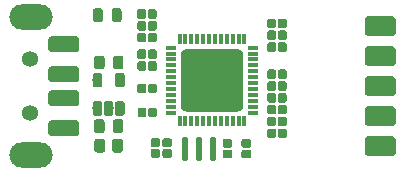
<source format=gts>
G04 #@! TF.GenerationSoftware,KiCad,Pcbnew,5.0.0-rc1-44a33f2~62~ubuntu16.04.1*
G04 #@! TF.CreationDate,2018-03-27T11:25:49+02:00*
G04 #@! TF.ProjectId,ubmp_v1,75626D705F76312E6B696361645F7063,rev?*
G04 #@! TF.SameCoordinates,Original*
G04 #@! TF.FileFunction,Soldermask,Top*
G04 #@! TF.FilePolarity,Negative*
%FSLAX46Y46*%
G04 Gerber Fmt 4.6, Leading zero omitted, Abs format (unit mm)*
G04 Created by KiCad (PCBNEW 5.0.0-rc1-44a33f2~62~ubuntu16.04.1) date Tue Mar 27 11:25:49 2018*
%MOMM*%
%LPD*%
G01*
G04 APERTURE LIST*
%ADD10O,0.410000X0.960000*%
%ADD11O,0.960000X0.410000*%
%ADD12C,0.100000*%
%ADD13C,5.310000*%
%ADD14C,0.735000*%
%ADD15C,1.360000*%
%ADD16O,3.660000X2.160000*%
%ADD17C,0.910000*%
%ADD18C,0.810000*%
%ADD19C,0.830000*%
%ADD20O,0.560000X2.060000*%
%ADD21C,1.760000*%
G04 APERTURE END LIST*
D10*
X100250000Y-108950000D03*
X100750000Y-108950000D03*
X101250000Y-108950000D03*
X101750000Y-108950000D03*
X102250000Y-108950000D03*
X102750000Y-108950000D03*
X103250000Y-108950000D03*
X103750000Y-108950000D03*
X104250000Y-108950000D03*
X104750000Y-108950000D03*
X105250000Y-108950000D03*
X105750000Y-108950000D03*
D11*
X106450000Y-108250000D03*
X106450000Y-107750000D03*
X106450000Y-107250000D03*
X106450000Y-106750000D03*
X106450000Y-106250000D03*
X106450000Y-105750000D03*
X106450000Y-105250000D03*
X106450000Y-104750000D03*
X106450000Y-104250000D03*
X106450000Y-103750000D03*
X106450000Y-103250000D03*
X106450000Y-102750000D03*
D10*
X105750000Y-102050000D03*
X105250000Y-102050000D03*
X104750000Y-102050000D03*
X104250000Y-102050000D03*
X103750000Y-102050000D03*
X103250000Y-102050000D03*
X102750000Y-102050000D03*
X102250000Y-102050000D03*
X101750000Y-102050000D03*
X101250000Y-102050000D03*
X100750000Y-102050000D03*
X100250000Y-102050000D03*
D11*
X99550000Y-102750000D03*
X99550000Y-103250000D03*
X99550000Y-103750000D03*
X99550000Y-104250000D03*
X99550000Y-104750000D03*
X99550000Y-105250000D03*
X99550000Y-105750000D03*
X99550000Y-106250000D03*
X99550000Y-106750000D03*
X99550000Y-107250000D03*
X99550000Y-107750000D03*
X99550000Y-108250000D03*
D12*
G36*
X105176047Y-102847557D02*
X105227593Y-102855203D01*
X105278141Y-102867865D01*
X105327205Y-102885420D01*
X105374312Y-102907700D01*
X105419008Y-102934490D01*
X105460863Y-102965531D01*
X105499474Y-103000526D01*
X105534469Y-103039137D01*
X105565510Y-103080992D01*
X105592300Y-103125688D01*
X105614580Y-103172795D01*
X105632135Y-103221859D01*
X105644797Y-103272407D01*
X105652443Y-103323953D01*
X105655000Y-103376000D01*
X105655000Y-107624000D01*
X105652443Y-107676047D01*
X105644797Y-107727593D01*
X105632135Y-107778141D01*
X105614580Y-107827205D01*
X105592300Y-107874312D01*
X105565510Y-107919008D01*
X105534469Y-107960863D01*
X105499474Y-107999474D01*
X105460863Y-108034469D01*
X105419008Y-108065510D01*
X105374312Y-108092300D01*
X105327205Y-108114580D01*
X105278141Y-108132135D01*
X105227593Y-108144797D01*
X105176047Y-108152443D01*
X105124000Y-108155000D01*
X100876000Y-108155000D01*
X100823953Y-108152443D01*
X100772407Y-108144797D01*
X100721859Y-108132135D01*
X100672795Y-108114580D01*
X100625688Y-108092300D01*
X100580992Y-108065510D01*
X100539137Y-108034469D01*
X100500526Y-107999474D01*
X100465531Y-107960863D01*
X100434490Y-107919008D01*
X100407700Y-107874312D01*
X100385420Y-107827205D01*
X100367865Y-107778141D01*
X100355203Y-107727593D01*
X100347557Y-107676047D01*
X100345000Y-107624000D01*
X100345000Y-103376000D01*
X100347557Y-103323953D01*
X100355203Y-103272407D01*
X100367865Y-103221859D01*
X100385420Y-103172795D01*
X100407700Y-103125688D01*
X100434490Y-103080992D01*
X100465531Y-103039137D01*
X100500526Y-103000526D01*
X100539137Y-102965531D01*
X100580992Y-102934490D01*
X100625688Y-102907700D01*
X100672795Y-102885420D01*
X100721859Y-102867865D01*
X100772407Y-102855203D01*
X100823953Y-102847557D01*
X100876000Y-102845000D01*
X105124000Y-102845000D01*
X105176047Y-102847557D01*
X105176047Y-102847557D01*
G37*
D13*
X103000000Y-105500000D03*
D12*
G36*
X104539261Y-110483385D02*
X104557098Y-110486031D01*
X104574590Y-110490412D01*
X104591568Y-110496487D01*
X104607869Y-110504197D01*
X104623336Y-110513467D01*
X104637820Y-110524209D01*
X104651181Y-110536319D01*
X104663291Y-110549680D01*
X104674033Y-110564164D01*
X104683303Y-110579631D01*
X104691013Y-110595932D01*
X104697088Y-110612910D01*
X104701469Y-110630402D01*
X104704115Y-110648239D01*
X104705000Y-110666250D01*
X104705000Y-111033750D01*
X104704115Y-111051761D01*
X104701469Y-111069598D01*
X104697088Y-111087090D01*
X104691013Y-111104068D01*
X104683303Y-111120369D01*
X104674033Y-111135836D01*
X104663291Y-111150320D01*
X104651181Y-111163681D01*
X104637820Y-111175791D01*
X104623336Y-111186533D01*
X104607869Y-111195803D01*
X104591568Y-111203513D01*
X104574590Y-111209588D01*
X104557098Y-111213969D01*
X104539261Y-111216615D01*
X104521250Y-111217500D01*
X104078750Y-111217500D01*
X104060739Y-111216615D01*
X104042902Y-111213969D01*
X104025410Y-111209588D01*
X104008432Y-111203513D01*
X103992131Y-111195803D01*
X103976664Y-111186533D01*
X103962180Y-111175791D01*
X103948819Y-111163681D01*
X103936709Y-111150320D01*
X103925967Y-111135836D01*
X103916697Y-111120369D01*
X103908987Y-111104068D01*
X103902912Y-111087090D01*
X103898531Y-111069598D01*
X103895885Y-111051761D01*
X103895000Y-111033750D01*
X103895000Y-110666250D01*
X103895885Y-110648239D01*
X103898531Y-110630402D01*
X103902912Y-110612910D01*
X103908987Y-110595932D01*
X103916697Y-110579631D01*
X103925967Y-110564164D01*
X103936709Y-110549680D01*
X103948819Y-110536319D01*
X103962180Y-110524209D01*
X103976664Y-110513467D01*
X103992131Y-110504197D01*
X104008432Y-110496487D01*
X104025410Y-110490412D01*
X104042902Y-110486031D01*
X104060739Y-110483385D01*
X104078750Y-110482500D01*
X104521250Y-110482500D01*
X104539261Y-110483385D01*
X104539261Y-110483385D01*
G37*
D14*
X104300000Y-110850000D03*
D12*
G36*
X104539261Y-111383385D02*
X104557098Y-111386031D01*
X104574590Y-111390412D01*
X104591568Y-111396487D01*
X104607869Y-111404197D01*
X104623336Y-111413467D01*
X104637820Y-111424209D01*
X104651181Y-111436319D01*
X104663291Y-111449680D01*
X104674033Y-111464164D01*
X104683303Y-111479631D01*
X104691013Y-111495932D01*
X104697088Y-111512910D01*
X104701469Y-111530402D01*
X104704115Y-111548239D01*
X104705000Y-111566250D01*
X104705000Y-111933750D01*
X104704115Y-111951761D01*
X104701469Y-111969598D01*
X104697088Y-111987090D01*
X104691013Y-112004068D01*
X104683303Y-112020369D01*
X104674033Y-112035836D01*
X104663291Y-112050320D01*
X104651181Y-112063681D01*
X104637820Y-112075791D01*
X104623336Y-112086533D01*
X104607869Y-112095803D01*
X104591568Y-112103513D01*
X104574590Y-112109588D01*
X104557098Y-112113969D01*
X104539261Y-112116615D01*
X104521250Y-112117500D01*
X104078750Y-112117500D01*
X104060739Y-112116615D01*
X104042902Y-112113969D01*
X104025410Y-112109588D01*
X104008432Y-112103513D01*
X103992131Y-112095803D01*
X103976664Y-112086533D01*
X103962180Y-112075791D01*
X103948819Y-112063681D01*
X103936709Y-112050320D01*
X103925967Y-112035836D01*
X103916697Y-112020369D01*
X103908987Y-112004068D01*
X103902912Y-111987090D01*
X103898531Y-111969598D01*
X103895885Y-111951761D01*
X103895000Y-111933750D01*
X103895000Y-111566250D01*
X103895885Y-111548239D01*
X103898531Y-111530402D01*
X103902912Y-111512910D01*
X103908987Y-111495932D01*
X103916697Y-111479631D01*
X103925967Y-111464164D01*
X103936709Y-111449680D01*
X103948819Y-111436319D01*
X103962180Y-111424209D01*
X103976664Y-111413467D01*
X103992131Y-111404197D01*
X104008432Y-111396487D01*
X104025410Y-111390412D01*
X104042902Y-111386031D01*
X104060739Y-111383385D01*
X104078750Y-111382500D01*
X104521250Y-111382500D01*
X104539261Y-111383385D01*
X104539261Y-111383385D01*
G37*
D14*
X104300000Y-111750000D03*
D12*
G36*
X99439261Y-111333385D02*
X99457098Y-111336031D01*
X99474590Y-111340412D01*
X99491568Y-111346487D01*
X99507869Y-111354197D01*
X99523336Y-111363467D01*
X99537820Y-111374209D01*
X99551181Y-111386319D01*
X99563291Y-111399680D01*
X99574033Y-111414164D01*
X99583303Y-111429631D01*
X99591013Y-111445932D01*
X99597088Y-111462910D01*
X99601469Y-111480402D01*
X99604115Y-111498239D01*
X99605000Y-111516250D01*
X99605000Y-111883750D01*
X99604115Y-111901761D01*
X99601469Y-111919598D01*
X99597088Y-111937090D01*
X99591013Y-111954068D01*
X99583303Y-111970369D01*
X99574033Y-111985836D01*
X99563291Y-112000320D01*
X99551181Y-112013681D01*
X99537820Y-112025791D01*
X99523336Y-112036533D01*
X99507869Y-112045803D01*
X99491568Y-112053513D01*
X99474590Y-112059588D01*
X99457098Y-112063969D01*
X99439261Y-112066615D01*
X99421250Y-112067500D01*
X98978750Y-112067500D01*
X98960739Y-112066615D01*
X98942902Y-112063969D01*
X98925410Y-112059588D01*
X98908432Y-112053513D01*
X98892131Y-112045803D01*
X98876664Y-112036533D01*
X98862180Y-112025791D01*
X98848819Y-112013681D01*
X98836709Y-112000320D01*
X98825967Y-111985836D01*
X98816697Y-111970369D01*
X98808987Y-111954068D01*
X98802912Y-111937090D01*
X98798531Y-111919598D01*
X98795885Y-111901761D01*
X98795000Y-111883750D01*
X98795000Y-111516250D01*
X98795885Y-111498239D01*
X98798531Y-111480402D01*
X98802912Y-111462910D01*
X98808987Y-111445932D01*
X98816697Y-111429631D01*
X98825967Y-111414164D01*
X98836709Y-111399680D01*
X98848819Y-111386319D01*
X98862180Y-111374209D01*
X98876664Y-111363467D01*
X98892131Y-111354197D01*
X98908432Y-111346487D01*
X98925410Y-111340412D01*
X98942902Y-111336031D01*
X98960739Y-111333385D01*
X98978750Y-111332500D01*
X99421250Y-111332500D01*
X99439261Y-111333385D01*
X99439261Y-111333385D01*
G37*
D14*
X99200000Y-111700000D03*
D12*
G36*
X99439261Y-110433385D02*
X99457098Y-110436031D01*
X99474590Y-110440412D01*
X99491568Y-110446487D01*
X99507869Y-110454197D01*
X99523336Y-110463467D01*
X99537820Y-110474209D01*
X99551181Y-110486319D01*
X99563291Y-110499680D01*
X99574033Y-110514164D01*
X99583303Y-110529631D01*
X99591013Y-110545932D01*
X99597088Y-110562910D01*
X99601469Y-110580402D01*
X99604115Y-110598239D01*
X99605000Y-110616250D01*
X99605000Y-110983750D01*
X99604115Y-111001761D01*
X99601469Y-111019598D01*
X99597088Y-111037090D01*
X99591013Y-111054068D01*
X99583303Y-111070369D01*
X99574033Y-111085836D01*
X99563291Y-111100320D01*
X99551181Y-111113681D01*
X99537820Y-111125791D01*
X99523336Y-111136533D01*
X99507869Y-111145803D01*
X99491568Y-111153513D01*
X99474590Y-111159588D01*
X99457098Y-111163969D01*
X99439261Y-111166615D01*
X99421250Y-111167500D01*
X98978750Y-111167500D01*
X98960739Y-111166615D01*
X98942902Y-111163969D01*
X98925410Y-111159588D01*
X98908432Y-111153513D01*
X98892131Y-111145803D01*
X98876664Y-111136533D01*
X98862180Y-111125791D01*
X98848819Y-111113681D01*
X98836709Y-111100320D01*
X98825967Y-111085836D01*
X98816697Y-111070369D01*
X98808987Y-111054068D01*
X98802912Y-111037090D01*
X98798531Y-111019598D01*
X98795885Y-111001761D01*
X98795000Y-110983750D01*
X98795000Y-110616250D01*
X98795885Y-110598239D01*
X98798531Y-110580402D01*
X98802912Y-110562910D01*
X98808987Y-110545932D01*
X98816697Y-110529631D01*
X98825967Y-110514164D01*
X98836709Y-110499680D01*
X98848819Y-110486319D01*
X98862180Y-110474209D01*
X98876664Y-110463467D01*
X98892131Y-110454197D01*
X98908432Y-110446487D01*
X98925410Y-110440412D01*
X98942902Y-110436031D01*
X98960739Y-110433385D01*
X98978750Y-110432500D01*
X99421250Y-110432500D01*
X99439261Y-110433385D01*
X99439261Y-110433385D01*
G37*
D14*
X99200000Y-110800000D03*
D15*
X87600000Y-103700000D03*
X87600000Y-108300000D03*
D12*
G36*
X91473326Y-108881637D02*
X91506331Y-108886533D01*
X91538697Y-108894640D01*
X91570112Y-108905881D01*
X91600275Y-108920147D01*
X91628894Y-108937300D01*
X91655694Y-108957176D01*
X91680416Y-108979584D01*
X91702824Y-109004306D01*
X91722700Y-109031106D01*
X91739853Y-109059725D01*
X91754119Y-109089888D01*
X91765360Y-109121303D01*
X91773467Y-109153669D01*
X91778363Y-109186674D01*
X91780000Y-109220000D01*
X91780000Y-109900000D01*
X91778363Y-109933326D01*
X91773467Y-109966331D01*
X91765360Y-109998697D01*
X91754119Y-110030112D01*
X91739853Y-110060275D01*
X91722700Y-110088894D01*
X91702824Y-110115694D01*
X91680416Y-110140416D01*
X91655694Y-110162824D01*
X91628894Y-110182700D01*
X91600275Y-110199853D01*
X91570112Y-110214119D01*
X91538697Y-110225360D01*
X91506331Y-110233467D01*
X91473326Y-110238363D01*
X91440000Y-110240000D01*
X89460000Y-110240000D01*
X89426674Y-110238363D01*
X89393669Y-110233467D01*
X89361303Y-110225360D01*
X89329888Y-110214119D01*
X89299725Y-110199853D01*
X89271106Y-110182700D01*
X89244306Y-110162824D01*
X89219584Y-110140416D01*
X89197176Y-110115694D01*
X89177300Y-110088894D01*
X89160147Y-110060275D01*
X89145881Y-110030112D01*
X89134640Y-109998697D01*
X89126533Y-109966331D01*
X89121637Y-109933326D01*
X89120000Y-109900000D01*
X89120000Y-109220000D01*
X89121637Y-109186674D01*
X89126533Y-109153669D01*
X89134640Y-109121303D01*
X89145881Y-109089888D01*
X89160147Y-109059725D01*
X89177300Y-109031106D01*
X89197176Y-109004306D01*
X89219584Y-108979584D01*
X89244306Y-108957176D01*
X89271106Y-108937300D01*
X89299725Y-108920147D01*
X89329888Y-108905881D01*
X89361303Y-108894640D01*
X89393669Y-108886533D01*
X89426674Y-108881637D01*
X89460000Y-108880000D01*
X91440000Y-108880000D01*
X91473326Y-108881637D01*
X91473326Y-108881637D01*
G37*
D15*
X90450000Y-109560000D03*
D12*
G36*
X91473326Y-106341637D02*
X91506331Y-106346533D01*
X91538697Y-106354640D01*
X91570112Y-106365881D01*
X91600275Y-106380147D01*
X91628894Y-106397300D01*
X91655694Y-106417176D01*
X91680416Y-106439584D01*
X91702824Y-106464306D01*
X91722700Y-106491106D01*
X91739853Y-106519725D01*
X91754119Y-106549888D01*
X91765360Y-106581303D01*
X91773467Y-106613669D01*
X91778363Y-106646674D01*
X91780000Y-106680000D01*
X91780000Y-107360000D01*
X91778363Y-107393326D01*
X91773467Y-107426331D01*
X91765360Y-107458697D01*
X91754119Y-107490112D01*
X91739853Y-107520275D01*
X91722700Y-107548894D01*
X91702824Y-107575694D01*
X91680416Y-107600416D01*
X91655694Y-107622824D01*
X91628894Y-107642700D01*
X91600275Y-107659853D01*
X91570112Y-107674119D01*
X91538697Y-107685360D01*
X91506331Y-107693467D01*
X91473326Y-107698363D01*
X91440000Y-107700000D01*
X89460000Y-107700000D01*
X89426674Y-107698363D01*
X89393669Y-107693467D01*
X89361303Y-107685360D01*
X89329888Y-107674119D01*
X89299725Y-107659853D01*
X89271106Y-107642700D01*
X89244306Y-107622824D01*
X89219584Y-107600416D01*
X89197176Y-107575694D01*
X89177300Y-107548894D01*
X89160147Y-107520275D01*
X89145881Y-107490112D01*
X89134640Y-107458697D01*
X89126533Y-107426331D01*
X89121637Y-107393326D01*
X89120000Y-107360000D01*
X89120000Y-106680000D01*
X89121637Y-106646674D01*
X89126533Y-106613669D01*
X89134640Y-106581303D01*
X89145881Y-106549888D01*
X89160147Y-106519725D01*
X89177300Y-106491106D01*
X89197176Y-106464306D01*
X89219584Y-106439584D01*
X89244306Y-106417176D01*
X89271106Y-106397300D01*
X89299725Y-106380147D01*
X89329888Y-106365881D01*
X89361303Y-106354640D01*
X89393669Y-106346533D01*
X89426674Y-106341637D01*
X89460000Y-106340000D01*
X91440000Y-106340000D01*
X91473326Y-106341637D01*
X91473326Y-106341637D01*
G37*
D15*
X90450000Y-107020000D03*
D12*
G36*
X91473326Y-104311637D02*
X91506331Y-104316533D01*
X91538697Y-104324640D01*
X91570112Y-104335881D01*
X91600275Y-104350147D01*
X91628894Y-104367300D01*
X91655694Y-104387176D01*
X91680416Y-104409584D01*
X91702824Y-104434306D01*
X91722700Y-104461106D01*
X91739853Y-104489725D01*
X91754119Y-104519888D01*
X91765360Y-104551303D01*
X91773467Y-104583669D01*
X91778363Y-104616674D01*
X91780000Y-104650000D01*
X91780000Y-105330000D01*
X91778363Y-105363326D01*
X91773467Y-105396331D01*
X91765360Y-105428697D01*
X91754119Y-105460112D01*
X91739853Y-105490275D01*
X91722700Y-105518894D01*
X91702824Y-105545694D01*
X91680416Y-105570416D01*
X91655694Y-105592824D01*
X91628894Y-105612700D01*
X91600275Y-105629853D01*
X91570112Y-105644119D01*
X91538697Y-105655360D01*
X91506331Y-105663467D01*
X91473326Y-105668363D01*
X91440000Y-105670000D01*
X89460000Y-105670000D01*
X89426674Y-105668363D01*
X89393669Y-105663467D01*
X89361303Y-105655360D01*
X89329888Y-105644119D01*
X89299725Y-105629853D01*
X89271106Y-105612700D01*
X89244306Y-105592824D01*
X89219584Y-105570416D01*
X89197176Y-105545694D01*
X89177300Y-105518894D01*
X89160147Y-105490275D01*
X89145881Y-105460112D01*
X89134640Y-105428697D01*
X89126533Y-105396331D01*
X89121637Y-105363326D01*
X89120000Y-105330000D01*
X89120000Y-104650000D01*
X89121637Y-104616674D01*
X89126533Y-104583669D01*
X89134640Y-104551303D01*
X89145881Y-104519888D01*
X89160147Y-104489725D01*
X89177300Y-104461106D01*
X89197176Y-104434306D01*
X89219584Y-104409584D01*
X89244306Y-104387176D01*
X89271106Y-104367300D01*
X89299725Y-104350147D01*
X89329888Y-104335881D01*
X89361303Y-104324640D01*
X89393669Y-104316533D01*
X89426674Y-104311637D01*
X89460000Y-104310000D01*
X91440000Y-104310000D01*
X91473326Y-104311637D01*
X91473326Y-104311637D01*
G37*
D15*
X90450000Y-104990000D03*
D12*
G36*
X91473326Y-101771637D02*
X91506331Y-101776533D01*
X91538697Y-101784640D01*
X91570112Y-101795881D01*
X91600275Y-101810147D01*
X91628894Y-101827300D01*
X91655694Y-101847176D01*
X91680416Y-101869584D01*
X91702824Y-101894306D01*
X91722700Y-101921106D01*
X91739853Y-101949725D01*
X91754119Y-101979888D01*
X91765360Y-102011303D01*
X91773467Y-102043669D01*
X91778363Y-102076674D01*
X91780000Y-102110000D01*
X91780000Y-102790000D01*
X91778363Y-102823326D01*
X91773467Y-102856331D01*
X91765360Y-102888697D01*
X91754119Y-102920112D01*
X91739853Y-102950275D01*
X91722700Y-102978894D01*
X91702824Y-103005694D01*
X91680416Y-103030416D01*
X91655694Y-103052824D01*
X91628894Y-103072700D01*
X91600275Y-103089853D01*
X91570112Y-103104119D01*
X91538697Y-103115360D01*
X91506331Y-103123467D01*
X91473326Y-103128363D01*
X91440000Y-103130000D01*
X89460000Y-103130000D01*
X89426674Y-103128363D01*
X89393669Y-103123467D01*
X89361303Y-103115360D01*
X89329888Y-103104119D01*
X89299725Y-103089853D01*
X89271106Y-103072700D01*
X89244306Y-103052824D01*
X89219584Y-103030416D01*
X89197176Y-103005694D01*
X89177300Y-102978894D01*
X89160147Y-102950275D01*
X89145881Y-102920112D01*
X89134640Y-102888697D01*
X89126533Y-102856331D01*
X89121637Y-102823326D01*
X89120000Y-102790000D01*
X89120000Y-102110000D01*
X89121637Y-102076674D01*
X89126533Y-102043669D01*
X89134640Y-102011303D01*
X89145881Y-101979888D01*
X89160147Y-101949725D01*
X89177300Y-101921106D01*
X89197176Y-101894306D01*
X89219584Y-101869584D01*
X89244306Y-101847176D01*
X89271106Y-101827300D01*
X89299725Y-101810147D01*
X89329888Y-101795881D01*
X89361303Y-101784640D01*
X89393669Y-101776533D01*
X89426674Y-101771637D01*
X89460000Y-101770000D01*
X91440000Y-101770000D01*
X91473326Y-101771637D01*
X91473326Y-101771637D01*
G37*
D15*
X90450000Y-102450000D03*
D16*
X87700000Y-111850000D03*
X87700000Y-100150000D03*
D12*
G36*
X93749799Y-110471095D02*
X93771883Y-110474371D01*
X93793540Y-110479796D01*
X93814560Y-110487317D01*
X93834743Y-110496863D01*
X93853892Y-110508341D01*
X93871824Y-110521640D01*
X93888367Y-110536633D01*
X93903360Y-110553176D01*
X93916659Y-110571108D01*
X93928137Y-110590257D01*
X93937683Y-110610440D01*
X93945204Y-110631460D01*
X93950629Y-110653117D01*
X93953905Y-110675201D01*
X93955000Y-110697500D01*
X93955000Y-111402500D01*
X93953905Y-111424799D01*
X93950629Y-111446883D01*
X93945204Y-111468540D01*
X93937683Y-111489560D01*
X93928137Y-111509743D01*
X93916659Y-111528892D01*
X93903360Y-111546824D01*
X93888367Y-111563367D01*
X93871824Y-111578360D01*
X93853892Y-111591659D01*
X93834743Y-111603137D01*
X93814560Y-111612683D01*
X93793540Y-111620204D01*
X93771883Y-111625629D01*
X93749799Y-111628905D01*
X93727500Y-111630000D01*
X93272500Y-111630000D01*
X93250201Y-111628905D01*
X93228117Y-111625629D01*
X93206460Y-111620204D01*
X93185440Y-111612683D01*
X93165257Y-111603137D01*
X93146108Y-111591659D01*
X93128176Y-111578360D01*
X93111633Y-111563367D01*
X93096640Y-111546824D01*
X93083341Y-111528892D01*
X93071863Y-111509743D01*
X93062317Y-111489560D01*
X93054796Y-111468540D01*
X93049371Y-111446883D01*
X93046095Y-111424799D01*
X93045000Y-111402500D01*
X93045000Y-110697500D01*
X93046095Y-110675201D01*
X93049371Y-110653117D01*
X93054796Y-110631460D01*
X93062317Y-110610440D01*
X93071863Y-110590257D01*
X93083341Y-110571108D01*
X93096640Y-110553176D01*
X93111633Y-110536633D01*
X93128176Y-110521640D01*
X93146108Y-110508341D01*
X93165257Y-110496863D01*
X93185440Y-110487317D01*
X93206460Y-110479796D01*
X93228117Y-110474371D01*
X93250201Y-110471095D01*
X93272500Y-110470000D01*
X93727500Y-110470000D01*
X93749799Y-110471095D01*
X93749799Y-110471095D01*
G37*
D17*
X93500000Y-111050000D03*
D12*
G36*
X95249799Y-110471095D02*
X95271883Y-110474371D01*
X95293540Y-110479796D01*
X95314560Y-110487317D01*
X95334743Y-110496863D01*
X95353892Y-110508341D01*
X95371824Y-110521640D01*
X95388367Y-110536633D01*
X95403360Y-110553176D01*
X95416659Y-110571108D01*
X95428137Y-110590257D01*
X95437683Y-110610440D01*
X95445204Y-110631460D01*
X95450629Y-110653117D01*
X95453905Y-110675201D01*
X95455000Y-110697500D01*
X95455000Y-111402500D01*
X95453905Y-111424799D01*
X95450629Y-111446883D01*
X95445204Y-111468540D01*
X95437683Y-111489560D01*
X95428137Y-111509743D01*
X95416659Y-111528892D01*
X95403360Y-111546824D01*
X95388367Y-111563367D01*
X95371824Y-111578360D01*
X95353892Y-111591659D01*
X95334743Y-111603137D01*
X95314560Y-111612683D01*
X95293540Y-111620204D01*
X95271883Y-111625629D01*
X95249799Y-111628905D01*
X95227500Y-111630000D01*
X94772500Y-111630000D01*
X94750201Y-111628905D01*
X94728117Y-111625629D01*
X94706460Y-111620204D01*
X94685440Y-111612683D01*
X94665257Y-111603137D01*
X94646108Y-111591659D01*
X94628176Y-111578360D01*
X94611633Y-111563367D01*
X94596640Y-111546824D01*
X94583341Y-111528892D01*
X94571863Y-111509743D01*
X94562317Y-111489560D01*
X94554796Y-111468540D01*
X94549371Y-111446883D01*
X94546095Y-111424799D01*
X94545000Y-111402500D01*
X94545000Y-110697500D01*
X94546095Y-110675201D01*
X94549371Y-110653117D01*
X94554796Y-110631460D01*
X94562317Y-110610440D01*
X94571863Y-110590257D01*
X94583341Y-110571108D01*
X94596640Y-110553176D01*
X94611633Y-110536633D01*
X94628176Y-110521640D01*
X94646108Y-110508341D01*
X94665257Y-110496863D01*
X94685440Y-110487317D01*
X94706460Y-110479796D01*
X94728117Y-110474371D01*
X94750201Y-110471095D01*
X94772500Y-110470000D01*
X95227500Y-110470000D01*
X95249799Y-110471095D01*
X95249799Y-110471095D01*
G37*
D17*
X95000000Y-111050000D03*
D12*
G36*
X93522348Y-104890975D02*
X93542006Y-104893891D01*
X93561283Y-104898720D01*
X93579993Y-104905414D01*
X93597958Y-104913911D01*
X93615003Y-104924127D01*
X93630965Y-104935965D01*
X93645689Y-104949311D01*
X93659035Y-104964035D01*
X93670873Y-104979997D01*
X93681089Y-104997042D01*
X93689586Y-105015007D01*
X93696280Y-105033717D01*
X93701109Y-105052994D01*
X93704025Y-105072652D01*
X93705000Y-105092500D01*
X93705000Y-105907500D01*
X93704025Y-105927348D01*
X93701109Y-105947006D01*
X93696280Y-105966283D01*
X93689586Y-105984993D01*
X93681089Y-106002958D01*
X93670873Y-106020003D01*
X93659035Y-106035965D01*
X93645689Y-106050689D01*
X93630965Y-106064035D01*
X93615003Y-106075873D01*
X93597958Y-106086089D01*
X93579993Y-106094586D01*
X93561283Y-106101280D01*
X93542006Y-106106109D01*
X93522348Y-106109025D01*
X93502500Y-106110000D01*
X93097500Y-106110000D01*
X93077652Y-106109025D01*
X93057994Y-106106109D01*
X93038717Y-106101280D01*
X93020007Y-106094586D01*
X93002042Y-106086089D01*
X92984997Y-106075873D01*
X92969035Y-106064035D01*
X92954311Y-106050689D01*
X92940965Y-106035965D01*
X92929127Y-106020003D01*
X92918911Y-106002958D01*
X92910414Y-105984993D01*
X92903720Y-105966283D01*
X92898891Y-105947006D01*
X92895975Y-105927348D01*
X92895000Y-105907500D01*
X92895000Y-105092500D01*
X92895975Y-105072652D01*
X92898891Y-105052994D01*
X92903720Y-105033717D01*
X92910414Y-105015007D01*
X92918911Y-104997042D01*
X92929127Y-104979997D01*
X92940965Y-104964035D01*
X92954311Y-104949311D01*
X92969035Y-104935965D01*
X92984997Y-104924127D01*
X93002042Y-104913911D01*
X93020007Y-104905414D01*
X93038717Y-104898720D01*
X93057994Y-104893891D01*
X93077652Y-104890975D01*
X93097500Y-104890000D01*
X93502500Y-104890000D01*
X93522348Y-104890975D01*
X93522348Y-104890975D01*
G37*
D18*
X93300000Y-105500000D03*
D12*
G36*
X95422348Y-104890975D02*
X95442006Y-104893891D01*
X95461283Y-104898720D01*
X95479993Y-104905414D01*
X95497958Y-104913911D01*
X95515003Y-104924127D01*
X95530965Y-104935965D01*
X95545689Y-104949311D01*
X95559035Y-104964035D01*
X95570873Y-104979997D01*
X95581089Y-104997042D01*
X95589586Y-105015007D01*
X95596280Y-105033717D01*
X95601109Y-105052994D01*
X95604025Y-105072652D01*
X95605000Y-105092500D01*
X95605000Y-105907500D01*
X95604025Y-105927348D01*
X95601109Y-105947006D01*
X95596280Y-105966283D01*
X95589586Y-105984993D01*
X95581089Y-106002958D01*
X95570873Y-106020003D01*
X95559035Y-106035965D01*
X95545689Y-106050689D01*
X95530965Y-106064035D01*
X95515003Y-106075873D01*
X95497958Y-106086089D01*
X95479993Y-106094586D01*
X95461283Y-106101280D01*
X95442006Y-106106109D01*
X95422348Y-106109025D01*
X95402500Y-106110000D01*
X94997500Y-106110000D01*
X94977652Y-106109025D01*
X94957994Y-106106109D01*
X94938717Y-106101280D01*
X94920007Y-106094586D01*
X94902042Y-106086089D01*
X94884997Y-106075873D01*
X94869035Y-106064035D01*
X94854311Y-106050689D01*
X94840965Y-106035965D01*
X94829127Y-106020003D01*
X94818911Y-106002958D01*
X94810414Y-105984993D01*
X94803720Y-105966283D01*
X94798891Y-105947006D01*
X94795975Y-105927348D01*
X94795000Y-105907500D01*
X94795000Y-105092500D01*
X94795975Y-105072652D01*
X94798891Y-105052994D01*
X94803720Y-105033717D01*
X94810414Y-105015007D01*
X94818911Y-104997042D01*
X94829127Y-104979997D01*
X94840965Y-104964035D01*
X94854311Y-104949311D01*
X94869035Y-104935965D01*
X94884997Y-104924127D01*
X94902042Y-104913911D01*
X94920007Y-104905414D01*
X94938717Y-104898720D01*
X94957994Y-104893891D01*
X94977652Y-104890975D01*
X94997500Y-104890000D01*
X95402500Y-104890000D01*
X95422348Y-104890975D01*
X95422348Y-104890975D01*
G37*
D18*
X95200000Y-105500000D03*
D12*
G36*
X95422348Y-107290975D02*
X95442006Y-107293891D01*
X95461283Y-107298720D01*
X95479993Y-107305414D01*
X95497958Y-107313911D01*
X95515003Y-107324127D01*
X95530965Y-107335965D01*
X95545689Y-107349311D01*
X95559035Y-107364035D01*
X95570873Y-107379997D01*
X95581089Y-107397042D01*
X95589586Y-107415007D01*
X95596280Y-107433717D01*
X95601109Y-107452994D01*
X95604025Y-107472652D01*
X95605000Y-107492500D01*
X95605000Y-108307500D01*
X95604025Y-108327348D01*
X95601109Y-108347006D01*
X95596280Y-108366283D01*
X95589586Y-108384993D01*
X95581089Y-108402958D01*
X95570873Y-108420003D01*
X95559035Y-108435965D01*
X95545689Y-108450689D01*
X95530965Y-108464035D01*
X95515003Y-108475873D01*
X95497958Y-108486089D01*
X95479993Y-108494586D01*
X95461283Y-108501280D01*
X95442006Y-108506109D01*
X95422348Y-108509025D01*
X95402500Y-108510000D01*
X94997500Y-108510000D01*
X94977652Y-108509025D01*
X94957994Y-108506109D01*
X94938717Y-108501280D01*
X94920007Y-108494586D01*
X94902042Y-108486089D01*
X94884997Y-108475873D01*
X94869035Y-108464035D01*
X94854311Y-108450689D01*
X94840965Y-108435965D01*
X94829127Y-108420003D01*
X94818911Y-108402958D01*
X94810414Y-108384993D01*
X94803720Y-108366283D01*
X94798891Y-108347006D01*
X94795975Y-108327348D01*
X94795000Y-108307500D01*
X94795000Y-107492500D01*
X94795975Y-107472652D01*
X94798891Y-107452994D01*
X94803720Y-107433717D01*
X94810414Y-107415007D01*
X94818911Y-107397042D01*
X94829127Y-107379997D01*
X94840965Y-107364035D01*
X94854311Y-107349311D01*
X94869035Y-107335965D01*
X94884997Y-107324127D01*
X94902042Y-107313911D01*
X94920007Y-107305414D01*
X94938717Y-107298720D01*
X94957994Y-107293891D01*
X94977652Y-107290975D01*
X94997500Y-107290000D01*
X95402500Y-107290000D01*
X95422348Y-107290975D01*
X95422348Y-107290975D01*
G37*
D18*
X95200000Y-107900000D03*
D12*
G36*
X94472348Y-107290975D02*
X94492006Y-107293891D01*
X94511283Y-107298720D01*
X94529993Y-107305414D01*
X94547958Y-107313911D01*
X94565003Y-107324127D01*
X94580965Y-107335965D01*
X94595689Y-107349311D01*
X94609035Y-107364035D01*
X94620873Y-107379997D01*
X94631089Y-107397042D01*
X94639586Y-107415007D01*
X94646280Y-107433717D01*
X94651109Y-107452994D01*
X94654025Y-107472652D01*
X94655000Y-107492500D01*
X94655000Y-108307500D01*
X94654025Y-108327348D01*
X94651109Y-108347006D01*
X94646280Y-108366283D01*
X94639586Y-108384993D01*
X94631089Y-108402958D01*
X94620873Y-108420003D01*
X94609035Y-108435965D01*
X94595689Y-108450689D01*
X94580965Y-108464035D01*
X94565003Y-108475873D01*
X94547958Y-108486089D01*
X94529993Y-108494586D01*
X94511283Y-108501280D01*
X94492006Y-108506109D01*
X94472348Y-108509025D01*
X94452500Y-108510000D01*
X94047500Y-108510000D01*
X94027652Y-108509025D01*
X94007994Y-108506109D01*
X93988717Y-108501280D01*
X93970007Y-108494586D01*
X93952042Y-108486089D01*
X93934997Y-108475873D01*
X93919035Y-108464035D01*
X93904311Y-108450689D01*
X93890965Y-108435965D01*
X93879127Y-108420003D01*
X93868911Y-108402958D01*
X93860414Y-108384993D01*
X93853720Y-108366283D01*
X93848891Y-108347006D01*
X93845975Y-108327348D01*
X93845000Y-108307500D01*
X93845000Y-107492500D01*
X93845975Y-107472652D01*
X93848891Y-107452994D01*
X93853720Y-107433717D01*
X93860414Y-107415007D01*
X93868911Y-107397042D01*
X93879127Y-107379997D01*
X93890965Y-107364035D01*
X93904311Y-107349311D01*
X93919035Y-107335965D01*
X93934997Y-107324127D01*
X93952042Y-107313911D01*
X93970007Y-107305414D01*
X93988717Y-107298720D01*
X94007994Y-107293891D01*
X94027652Y-107290975D01*
X94047500Y-107290000D01*
X94452500Y-107290000D01*
X94472348Y-107290975D01*
X94472348Y-107290975D01*
G37*
D18*
X94250000Y-107900000D03*
D12*
G36*
X93522348Y-107290975D02*
X93542006Y-107293891D01*
X93561283Y-107298720D01*
X93579993Y-107305414D01*
X93597958Y-107313911D01*
X93615003Y-107324127D01*
X93630965Y-107335965D01*
X93645689Y-107349311D01*
X93659035Y-107364035D01*
X93670873Y-107379997D01*
X93681089Y-107397042D01*
X93689586Y-107415007D01*
X93696280Y-107433717D01*
X93701109Y-107452994D01*
X93704025Y-107472652D01*
X93705000Y-107492500D01*
X93705000Y-108307500D01*
X93704025Y-108327348D01*
X93701109Y-108347006D01*
X93696280Y-108366283D01*
X93689586Y-108384993D01*
X93681089Y-108402958D01*
X93670873Y-108420003D01*
X93659035Y-108435965D01*
X93645689Y-108450689D01*
X93630965Y-108464035D01*
X93615003Y-108475873D01*
X93597958Y-108486089D01*
X93579993Y-108494586D01*
X93561283Y-108501280D01*
X93542006Y-108506109D01*
X93522348Y-108509025D01*
X93502500Y-108510000D01*
X93097500Y-108510000D01*
X93077652Y-108509025D01*
X93057994Y-108506109D01*
X93038717Y-108501280D01*
X93020007Y-108494586D01*
X93002042Y-108486089D01*
X92984997Y-108475873D01*
X92969035Y-108464035D01*
X92954311Y-108450689D01*
X92940965Y-108435965D01*
X92929127Y-108420003D01*
X92918911Y-108402958D01*
X92910414Y-108384993D01*
X92903720Y-108366283D01*
X92898891Y-108347006D01*
X92895975Y-108327348D01*
X92895000Y-108307500D01*
X92895000Y-107492500D01*
X92895975Y-107472652D01*
X92898891Y-107452994D01*
X92903720Y-107433717D01*
X92910414Y-107415007D01*
X92918911Y-107397042D01*
X92929127Y-107379997D01*
X92940965Y-107364035D01*
X92954311Y-107349311D01*
X92969035Y-107335965D01*
X92984997Y-107324127D01*
X93002042Y-107313911D01*
X93020007Y-107305414D01*
X93038717Y-107298720D01*
X93057994Y-107293891D01*
X93077652Y-107290975D01*
X93097500Y-107290000D01*
X93502500Y-107290000D01*
X93522348Y-107290975D01*
X93522348Y-107290975D01*
G37*
D18*
X93300000Y-107900000D03*
D12*
G36*
X98439261Y-111333385D02*
X98457098Y-111336031D01*
X98474590Y-111340412D01*
X98491568Y-111346487D01*
X98507869Y-111354197D01*
X98523336Y-111363467D01*
X98537820Y-111374209D01*
X98551181Y-111386319D01*
X98563291Y-111399680D01*
X98574033Y-111414164D01*
X98583303Y-111429631D01*
X98591013Y-111445932D01*
X98597088Y-111462910D01*
X98601469Y-111480402D01*
X98604115Y-111498239D01*
X98605000Y-111516250D01*
X98605000Y-111883750D01*
X98604115Y-111901761D01*
X98601469Y-111919598D01*
X98597088Y-111937090D01*
X98591013Y-111954068D01*
X98583303Y-111970369D01*
X98574033Y-111985836D01*
X98563291Y-112000320D01*
X98551181Y-112013681D01*
X98537820Y-112025791D01*
X98523336Y-112036533D01*
X98507869Y-112045803D01*
X98491568Y-112053513D01*
X98474590Y-112059588D01*
X98457098Y-112063969D01*
X98439261Y-112066615D01*
X98421250Y-112067500D01*
X97978750Y-112067500D01*
X97960739Y-112066615D01*
X97942902Y-112063969D01*
X97925410Y-112059588D01*
X97908432Y-112053513D01*
X97892131Y-112045803D01*
X97876664Y-112036533D01*
X97862180Y-112025791D01*
X97848819Y-112013681D01*
X97836709Y-112000320D01*
X97825967Y-111985836D01*
X97816697Y-111970369D01*
X97808987Y-111954068D01*
X97802912Y-111937090D01*
X97798531Y-111919598D01*
X97795885Y-111901761D01*
X97795000Y-111883750D01*
X97795000Y-111516250D01*
X97795885Y-111498239D01*
X97798531Y-111480402D01*
X97802912Y-111462910D01*
X97808987Y-111445932D01*
X97816697Y-111429631D01*
X97825967Y-111414164D01*
X97836709Y-111399680D01*
X97848819Y-111386319D01*
X97862180Y-111374209D01*
X97876664Y-111363467D01*
X97892131Y-111354197D01*
X97908432Y-111346487D01*
X97925410Y-111340412D01*
X97942902Y-111336031D01*
X97960739Y-111333385D01*
X97978750Y-111332500D01*
X98421250Y-111332500D01*
X98439261Y-111333385D01*
X98439261Y-111333385D01*
G37*
D14*
X98200000Y-111700000D03*
D12*
G36*
X98439261Y-110433385D02*
X98457098Y-110436031D01*
X98474590Y-110440412D01*
X98491568Y-110446487D01*
X98507869Y-110454197D01*
X98523336Y-110463467D01*
X98537820Y-110474209D01*
X98551181Y-110486319D01*
X98563291Y-110499680D01*
X98574033Y-110514164D01*
X98583303Y-110529631D01*
X98591013Y-110545932D01*
X98597088Y-110562910D01*
X98601469Y-110580402D01*
X98604115Y-110598239D01*
X98605000Y-110616250D01*
X98605000Y-110983750D01*
X98604115Y-111001761D01*
X98601469Y-111019598D01*
X98597088Y-111037090D01*
X98591013Y-111054068D01*
X98583303Y-111070369D01*
X98574033Y-111085836D01*
X98563291Y-111100320D01*
X98551181Y-111113681D01*
X98537820Y-111125791D01*
X98523336Y-111136533D01*
X98507869Y-111145803D01*
X98491568Y-111153513D01*
X98474590Y-111159588D01*
X98457098Y-111163969D01*
X98439261Y-111166615D01*
X98421250Y-111167500D01*
X97978750Y-111167500D01*
X97960739Y-111166615D01*
X97942902Y-111163969D01*
X97925410Y-111159588D01*
X97908432Y-111153513D01*
X97892131Y-111145803D01*
X97876664Y-111136533D01*
X97862180Y-111125791D01*
X97848819Y-111113681D01*
X97836709Y-111100320D01*
X97825967Y-111085836D01*
X97816697Y-111070369D01*
X97808987Y-111054068D01*
X97802912Y-111037090D01*
X97798531Y-111019598D01*
X97795885Y-111001761D01*
X97795000Y-110983750D01*
X97795000Y-110616250D01*
X97795885Y-110598239D01*
X97798531Y-110580402D01*
X97802912Y-110562910D01*
X97808987Y-110545932D01*
X97816697Y-110529631D01*
X97825967Y-110514164D01*
X97836709Y-110499680D01*
X97848819Y-110486319D01*
X97862180Y-110474209D01*
X97876664Y-110463467D01*
X97892131Y-110454197D01*
X97908432Y-110446487D01*
X97925410Y-110440412D01*
X97942902Y-110436031D01*
X97960739Y-110433385D01*
X97978750Y-110432500D01*
X98421250Y-110432500D01*
X98439261Y-110433385D01*
X98439261Y-110433385D01*
G37*
D14*
X98200000Y-110800000D03*
D12*
G36*
X97239261Y-99495885D02*
X97257098Y-99498531D01*
X97274590Y-99502912D01*
X97291568Y-99508987D01*
X97307869Y-99516697D01*
X97323336Y-99525967D01*
X97337820Y-99536709D01*
X97351181Y-99548819D01*
X97363291Y-99562180D01*
X97374033Y-99576664D01*
X97383303Y-99592131D01*
X97391013Y-99608432D01*
X97397088Y-99625410D01*
X97401469Y-99642902D01*
X97404115Y-99660739D01*
X97405000Y-99678750D01*
X97405000Y-100121250D01*
X97404115Y-100139261D01*
X97401469Y-100157098D01*
X97397088Y-100174590D01*
X97391013Y-100191568D01*
X97383303Y-100207869D01*
X97374033Y-100223336D01*
X97363291Y-100237820D01*
X97351181Y-100251181D01*
X97337820Y-100263291D01*
X97323336Y-100274033D01*
X97307869Y-100283303D01*
X97291568Y-100291013D01*
X97274590Y-100297088D01*
X97257098Y-100301469D01*
X97239261Y-100304115D01*
X97221250Y-100305000D01*
X96853750Y-100305000D01*
X96835739Y-100304115D01*
X96817902Y-100301469D01*
X96800410Y-100297088D01*
X96783432Y-100291013D01*
X96767131Y-100283303D01*
X96751664Y-100274033D01*
X96737180Y-100263291D01*
X96723819Y-100251181D01*
X96711709Y-100237820D01*
X96700967Y-100223336D01*
X96691697Y-100207869D01*
X96683987Y-100191568D01*
X96677912Y-100174590D01*
X96673531Y-100157098D01*
X96670885Y-100139261D01*
X96670000Y-100121250D01*
X96670000Y-99678750D01*
X96670885Y-99660739D01*
X96673531Y-99642902D01*
X96677912Y-99625410D01*
X96683987Y-99608432D01*
X96691697Y-99592131D01*
X96700967Y-99576664D01*
X96711709Y-99562180D01*
X96723819Y-99548819D01*
X96737180Y-99536709D01*
X96751664Y-99525967D01*
X96767131Y-99516697D01*
X96783432Y-99508987D01*
X96800410Y-99502912D01*
X96817902Y-99498531D01*
X96835739Y-99495885D01*
X96853750Y-99495000D01*
X97221250Y-99495000D01*
X97239261Y-99495885D01*
X97239261Y-99495885D01*
G37*
D14*
X97037500Y-99900000D03*
D12*
G36*
X98139261Y-99495885D02*
X98157098Y-99498531D01*
X98174590Y-99502912D01*
X98191568Y-99508987D01*
X98207869Y-99516697D01*
X98223336Y-99525967D01*
X98237820Y-99536709D01*
X98251181Y-99548819D01*
X98263291Y-99562180D01*
X98274033Y-99576664D01*
X98283303Y-99592131D01*
X98291013Y-99608432D01*
X98297088Y-99625410D01*
X98301469Y-99642902D01*
X98304115Y-99660739D01*
X98305000Y-99678750D01*
X98305000Y-100121250D01*
X98304115Y-100139261D01*
X98301469Y-100157098D01*
X98297088Y-100174590D01*
X98291013Y-100191568D01*
X98283303Y-100207869D01*
X98274033Y-100223336D01*
X98263291Y-100237820D01*
X98251181Y-100251181D01*
X98237820Y-100263291D01*
X98223336Y-100274033D01*
X98207869Y-100283303D01*
X98191568Y-100291013D01*
X98174590Y-100297088D01*
X98157098Y-100301469D01*
X98139261Y-100304115D01*
X98121250Y-100305000D01*
X97753750Y-100305000D01*
X97735739Y-100304115D01*
X97717902Y-100301469D01*
X97700410Y-100297088D01*
X97683432Y-100291013D01*
X97667131Y-100283303D01*
X97651664Y-100274033D01*
X97637180Y-100263291D01*
X97623819Y-100251181D01*
X97611709Y-100237820D01*
X97600967Y-100223336D01*
X97591697Y-100207869D01*
X97583987Y-100191568D01*
X97577912Y-100174590D01*
X97573531Y-100157098D01*
X97570885Y-100139261D01*
X97570000Y-100121250D01*
X97570000Y-99678750D01*
X97570885Y-99660739D01*
X97573531Y-99642902D01*
X97577912Y-99625410D01*
X97583987Y-99608432D01*
X97591697Y-99592131D01*
X97600967Y-99576664D01*
X97611709Y-99562180D01*
X97623819Y-99548819D01*
X97637180Y-99536709D01*
X97651664Y-99525967D01*
X97667131Y-99516697D01*
X97683432Y-99508987D01*
X97700410Y-99502912D01*
X97717902Y-99498531D01*
X97735739Y-99495885D01*
X97753750Y-99495000D01*
X98121250Y-99495000D01*
X98139261Y-99495885D01*
X98139261Y-99495885D01*
G37*
D14*
X97937500Y-99900000D03*
D12*
G36*
X108251761Y-109595885D02*
X108269598Y-109598531D01*
X108287090Y-109602912D01*
X108304068Y-109608987D01*
X108320369Y-109616697D01*
X108335836Y-109625967D01*
X108350320Y-109636709D01*
X108363681Y-109648819D01*
X108375791Y-109662180D01*
X108386533Y-109676664D01*
X108395803Y-109692131D01*
X108403513Y-109708432D01*
X108409588Y-109725410D01*
X108413969Y-109742902D01*
X108416615Y-109760739D01*
X108417500Y-109778750D01*
X108417500Y-110221250D01*
X108416615Y-110239261D01*
X108413969Y-110257098D01*
X108409588Y-110274590D01*
X108403513Y-110291568D01*
X108395803Y-110307869D01*
X108386533Y-110323336D01*
X108375791Y-110337820D01*
X108363681Y-110351181D01*
X108350320Y-110363291D01*
X108335836Y-110374033D01*
X108320369Y-110383303D01*
X108304068Y-110391013D01*
X108287090Y-110397088D01*
X108269598Y-110401469D01*
X108251761Y-110404115D01*
X108233750Y-110405000D01*
X107866250Y-110405000D01*
X107848239Y-110404115D01*
X107830402Y-110401469D01*
X107812910Y-110397088D01*
X107795932Y-110391013D01*
X107779631Y-110383303D01*
X107764164Y-110374033D01*
X107749680Y-110363291D01*
X107736319Y-110351181D01*
X107724209Y-110337820D01*
X107713467Y-110323336D01*
X107704197Y-110307869D01*
X107696487Y-110291568D01*
X107690412Y-110274590D01*
X107686031Y-110257098D01*
X107683385Y-110239261D01*
X107682500Y-110221250D01*
X107682500Y-109778750D01*
X107683385Y-109760739D01*
X107686031Y-109742902D01*
X107690412Y-109725410D01*
X107696487Y-109708432D01*
X107704197Y-109692131D01*
X107713467Y-109676664D01*
X107724209Y-109662180D01*
X107736319Y-109648819D01*
X107749680Y-109636709D01*
X107764164Y-109625967D01*
X107779631Y-109616697D01*
X107795932Y-109608987D01*
X107812910Y-109602912D01*
X107830402Y-109598531D01*
X107848239Y-109595885D01*
X107866250Y-109595000D01*
X108233750Y-109595000D01*
X108251761Y-109595885D01*
X108251761Y-109595885D01*
G37*
D14*
X108050000Y-110000000D03*
D12*
G36*
X109151761Y-109595885D02*
X109169598Y-109598531D01*
X109187090Y-109602912D01*
X109204068Y-109608987D01*
X109220369Y-109616697D01*
X109235836Y-109625967D01*
X109250320Y-109636709D01*
X109263681Y-109648819D01*
X109275791Y-109662180D01*
X109286533Y-109676664D01*
X109295803Y-109692131D01*
X109303513Y-109708432D01*
X109309588Y-109725410D01*
X109313969Y-109742902D01*
X109316615Y-109760739D01*
X109317500Y-109778750D01*
X109317500Y-110221250D01*
X109316615Y-110239261D01*
X109313969Y-110257098D01*
X109309588Y-110274590D01*
X109303513Y-110291568D01*
X109295803Y-110307869D01*
X109286533Y-110323336D01*
X109275791Y-110337820D01*
X109263681Y-110351181D01*
X109250320Y-110363291D01*
X109235836Y-110374033D01*
X109220369Y-110383303D01*
X109204068Y-110391013D01*
X109187090Y-110397088D01*
X109169598Y-110401469D01*
X109151761Y-110404115D01*
X109133750Y-110405000D01*
X108766250Y-110405000D01*
X108748239Y-110404115D01*
X108730402Y-110401469D01*
X108712910Y-110397088D01*
X108695932Y-110391013D01*
X108679631Y-110383303D01*
X108664164Y-110374033D01*
X108649680Y-110363291D01*
X108636319Y-110351181D01*
X108624209Y-110337820D01*
X108613467Y-110323336D01*
X108604197Y-110307869D01*
X108596487Y-110291568D01*
X108590412Y-110274590D01*
X108586031Y-110257098D01*
X108583385Y-110239261D01*
X108582500Y-110221250D01*
X108582500Y-109778750D01*
X108583385Y-109760739D01*
X108586031Y-109742902D01*
X108590412Y-109725410D01*
X108596487Y-109708432D01*
X108604197Y-109692131D01*
X108613467Y-109676664D01*
X108624209Y-109662180D01*
X108636319Y-109648819D01*
X108649680Y-109636709D01*
X108664164Y-109625967D01*
X108679631Y-109616697D01*
X108695932Y-109608987D01*
X108712910Y-109602912D01*
X108730402Y-109598531D01*
X108748239Y-109595885D01*
X108766250Y-109595000D01*
X109133750Y-109595000D01*
X109151761Y-109595885D01*
X109151761Y-109595885D01*
G37*
D14*
X108950000Y-110000000D03*
D12*
G36*
X108251761Y-108595885D02*
X108269598Y-108598531D01*
X108287090Y-108602912D01*
X108304068Y-108608987D01*
X108320369Y-108616697D01*
X108335836Y-108625967D01*
X108350320Y-108636709D01*
X108363681Y-108648819D01*
X108375791Y-108662180D01*
X108386533Y-108676664D01*
X108395803Y-108692131D01*
X108403513Y-108708432D01*
X108409588Y-108725410D01*
X108413969Y-108742902D01*
X108416615Y-108760739D01*
X108417500Y-108778750D01*
X108417500Y-109221250D01*
X108416615Y-109239261D01*
X108413969Y-109257098D01*
X108409588Y-109274590D01*
X108403513Y-109291568D01*
X108395803Y-109307869D01*
X108386533Y-109323336D01*
X108375791Y-109337820D01*
X108363681Y-109351181D01*
X108350320Y-109363291D01*
X108335836Y-109374033D01*
X108320369Y-109383303D01*
X108304068Y-109391013D01*
X108287090Y-109397088D01*
X108269598Y-109401469D01*
X108251761Y-109404115D01*
X108233750Y-109405000D01*
X107866250Y-109405000D01*
X107848239Y-109404115D01*
X107830402Y-109401469D01*
X107812910Y-109397088D01*
X107795932Y-109391013D01*
X107779631Y-109383303D01*
X107764164Y-109374033D01*
X107749680Y-109363291D01*
X107736319Y-109351181D01*
X107724209Y-109337820D01*
X107713467Y-109323336D01*
X107704197Y-109307869D01*
X107696487Y-109291568D01*
X107690412Y-109274590D01*
X107686031Y-109257098D01*
X107683385Y-109239261D01*
X107682500Y-109221250D01*
X107682500Y-108778750D01*
X107683385Y-108760739D01*
X107686031Y-108742902D01*
X107690412Y-108725410D01*
X107696487Y-108708432D01*
X107704197Y-108692131D01*
X107713467Y-108676664D01*
X107724209Y-108662180D01*
X107736319Y-108648819D01*
X107749680Y-108636709D01*
X107764164Y-108625967D01*
X107779631Y-108616697D01*
X107795932Y-108608987D01*
X107812910Y-108602912D01*
X107830402Y-108598531D01*
X107848239Y-108595885D01*
X107866250Y-108595000D01*
X108233750Y-108595000D01*
X108251761Y-108595885D01*
X108251761Y-108595885D01*
G37*
D14*
X108050000Y-109000000D03*
D12*
G36*
X109151761Y-108595885D02*
X109169598Y-108598531D01*
X109187090Y-108602912D01*
X109204068Y-108608987D01*
X109220369Y-108616697D01*
X109235836Y-108625967D01*
X109250320Y-108636709D01*
X109263681Y-108648819D01*
X109275791Y-108662180D01*
X109286533Y-108676664D01*
X109295803Y-108692131D01*
X109303513Y-108708432D01*
X109309588Y-108725410D01*
X109313969Y-108742902D01*
X109316615Y-108760739D01*
X109317500Y-108778750D01*
X109317500Y-109221250D01*
X109316615Y-109239261D01*
X109313969Y-109257098D01*
X109309588Y-109274590D01*
X109303513Y-109291568D01*
X109295803Y-109307869D01*
X109286533Y-109323336D01*
X109275791Y-109337820D01*
X109263681Y-109351181D01*
X109250320Y-109363291D01*
X109235836Y-109374033D01*
X109220369Y-109383303D01*
X109204068Y-109391013D01*
X109187090Y-109397088D01*
X109169598Y-109401469D01*
X109151761Y-109404115D01*
X109133750Y-109405000D01*
X108766250Y-109405000D01*
X108748239Y-109404115D01*
X108730402Y-109401469D01*
X108712910Y-109397088D01*
X108695932Y-109391013D01*
X108679631Y-109383303D01*
X108664164Y-109374033D01*
X108649680Y-109363291D01*
X108636319Y-109351181D01*
X108624209Y-109337820D01*
X108613467Y-109323336D01*
X108604197Y-109307869D01*
X108596487Y-109291568D01*
X108590412Y-109274590D01*
X108586031Y-109257098D01*
X108583385Y-109239261D01*
X108582500Y-109221250D01*
X108582500Y-108778750D01*
X108583385Y-108760739D01*
X108586031Y-108742902D01*
X108590412Y-108725410D01*
X108596487Y-108708432D01*
X108604197Y-108692131D01*
X108613467Y-108676664D01*
X108624209Y-108662180D01*
X108636319Y-108648819D01*
X108649680Y-108636709D01*
X108664164Y-108625967D01*
X108679631Y-108616697D01*
X108695932Y-108608987D01*
X108712910Y-108602912D01*
X108730402Y-108598531D01*
X108748239Y-108595885D01*
X108766250Y-108595000D01*
X109133750Y-108595000D01*
X109151761Y-108595885D01*
X109151761Y-108595885D01*
G37*
D14*
X108950000Y-109000000D03*
D12*
G36*
X108251761Y-105595885D02*
X108269598Y-105598531D01*
X108287090Y-105602912D01*
X108304068Y-105608987D01*
X108320369Y-105616697D01*
X108335836Y-105625967D01*
X108350320Y-105636709D01*
X108363681Y-105648819D01*
X108375791Y-105662180D01*
X108386533Y-105676664D01*
X108395803Y-105692131D01*
X108403513Y-105708432D01*
X108409588Y-105725410D01*
X108413969Y-105742902D01*
X108416615Y-105760739D01*
X108417500Y-105778750D01*
X108417500Y-106221250D01*
X108416615Y-106239261D01*
X108413969Y-106257098D01*
X108409588Y-106274590D01*
X108403513Y-106291568D01*
X108395803Y-106307869D01*
X108386533Y-106323336D01*
X108375791Y-106337820D01*
X108363681Y-106351181D01*
X108350320Y-106363291D01*
X108335836Y-106374033D01*
X108320369Y-106383303D01*
X108304068Y-106391013D01*
X108287090Y-106397088D01*
X108269598Y-106401469D01*
X108251761Y-106404115D01*
X108233750Y-106405000D01*
X107866250Y-106405000D01*
X107848239Y-106404115D01*
X107830402Y-106401469D01*
X107812910Y-106397088D01*
X107795932Y-106391013D01*
X107779631Y-106383303D01*
X107764164Y-106374033D01*
X107749680Y-106363291D01*
X107736319Y-106351181D01*
X107724209Y-106337820D01*
X107713467Y-106323336D01*
X107704197Y-106307869D01*
X107696487Y-106291568D01*
X107690412Y-106274590D01*
X107686031Y-106257098D01*
X107683385Y-106239261D01*
X107682500Y-106221250D01*
X107682500Y-105778750D01*
X107683385Y-105760739D01*
X107686031Y-105742902D01*
X107690412Y-105725410D01*
X107696487Y-105708432D01*
X107704197Y-105692131D01*
X107713467Y-105676664D01*
X107724209Y-105662180D01*
X107736319Y-105648819D01*
X107749680Y-105636709D01*
X107764164Y-105625967D01*
X107779631Y-105616697D01*
X107795932Y-105608987D01*
X107812910Y-105602912D01*
X107830402Y-105598531D01*
X107848239Y-105595885D01*
X107866250Y-105595000D01*
X108233750Y-105595000D01*
X108251761Y-105595885D01*
X108251761Y-105595885D01*
G37*
D14*
X108050000Y-106000000D03*
D12*
G36*
X109151761Y-105595885D02*
X109169598Y-105598531D01*
X109187090Y-105602912D01*
X109204068Y-105608987D01*
X109220369Y-105616697D01*
X109235836Y-105625967D01*
X109250320Y-105636709D01*
X109263681Y-105648819D01*
X109275791Y-105662180D01*
X109286533Y-105676664D01*
X109295803Y-105692131D01*
X109303513Y-105708432D01*
X109309588Y-105725410D01*
X109313969Y-105742902D01*
X109316615Y-105760739D01*
X109317500Y-105778750D01*
X109317500Y-106221250D01*
X109316615Y-106239261D01*
X109313969Y-106257098D01*
X109309588Y-106274590D01*
X109303513Y-106291568D01*
X109295803Y-106307869D01*
X109286533Y-106323336D01*
X109275791Y-106337820D01*
X109263681Y-106351181D01*
X109250320Y-106363291D01*
X109235836Y-106374033D01*
X109220369Y-106383303D01*
X109204068Y-106391013D01*
X109187090Y-106397088D01*
X109169598Y-106401469D01*
X109151761Y-106404115D01*
X109133750Y-106405000D01*
X108766250Y-106405000D01*
X108748239Y-106404115D01*
X108730402Y-106401469D01*
X108712910Y-106397088D01*
X108695932Y-106391013D01*
X108679631Y-106383303D01*
X108664164Y-106374033D01*
X108649680Y-106363291D01*
X108636319Y-106351181D01*
X108624209Y-106337820D01*
X108613467Y-106323336D01*
X108604197Y-106307869D01*
X108596487Y-106291568D01*
X108590412Y-106274590D01*
X108586031Y-106257098D01*
X108583385Y-106239261D01*
X108582500Y-106221250D01*
X108582500Y-105778750D01*
X108583385Y-105760739D01*
X108586031Y-105742902D01*
X108590412Y-105725410D01*
X108596487Y-105708432D01*
X108604197Y-105692131D01*
X108613467Y-105676664D01*
X108624209Y-105662180D01*
X108636319Y-105648819D01*
X108649680Y-105636709D01*
X108664164Y-105625967D01*
X108679631Y-105616697D01*
X108695932Y-105608987D01*
X108712910Y-105602912D01*
X108730402Y-105598531D01*
X108748239Y-105595885D01*
X108766250Y-105595000D01*
X109133750Y-105595000D01*
X109151761Y-105595885D01*
X109151761Y-105595885D01*
G37*
D14*
X108950000Y-106000000D03*
D12*
G36*
X108251761Y-104595885D02*
X108269598Y-104598531D01*
X108287090Y-104602912D01*
X108304068Y-104608987D01*
X108320369Y-104616697D01*
X108335836Y-104625967D01*
X108350320Y-104636709D01*
X108363681Y-104648819D01*
X108375791Y-104662180D01*
X108386533Y-104676664D01*
X108395803Y-104692131D01*
X108403513Y-104708432D01*
X108409588Y-104725410D01*
X108413969Y-104742902D01*
X108416615Y-104760739D01*
X108417500Y-104778750D01*
X108417500Y-105221250D01*
X108416615Y-105239261D01*
X108413969Y-105257098D01*
X108409588Y-105274590D01*
X108403513Y-105291568D01*
X108395803Y-105307869D01*
X108386533Y-105323336D01*
X108375791Y-105337820D01*
X108363681Y-105351181D01*
X108350320Y-105363291D01*
X108335836Y-105374033D01*
X108320369Y-105383303D01*
X108304068Y-105391013D01*
X108287090Y-105397088D01*
X108269598Y-105401469D01*
X108251761Y-105404115D01*
X108233750Y-105405000D01*
X107866250Y-105405000D01*
X107848239Y-105404115D01*
X107830402Y-105401469D01*
X107812910Y-105397088D01*
X107795932Y-105391013D01*
X107779631Y-105383303D01*
X107764164Y-105374033D01*
X107749680Y-105363291D01*
X107736319Y-105351181D01*
X107724209Y-105337820D01*
X107713467Y-105323336D01*
X107704197Y-105307869D01*
X107696487Y-105291568D01*
X107690412Y-105274590D01*
X107686031Y-105257098D01*
X107683385Y-105239261D01*
X107682500Y-105221250D01*
X107682500Y-104778750D01*
X107683385Y-104760739D01*
X107686031Y-104742902D01*
X107690412Y-104725410D01*
X107696487Y-104708432D01*
X107704197Y-104692131D01*
X107713467Y-104676664D01*
X107724209Y-104662180D01*
X107736319Y-104648819D01*
X107749680Y-104636709D01*
X107764164Y-104625967D01*
X107779631Y-104616697D01*
X107795932Y-104608987D01*
X107812910Y-104602912D01*
X107830402Y-104598531D01*
X107848239Y-104595885D01*
X107866250Y-104595000D01*
X108233750Y-104595000D01*
X108251761Y-104595885D01*
X108251761Y-104595885D01*
G37*
D14*
X108050000Y-105000000D03*
D12*
G36*
X109151761Y-104595885D02*
X109169598Y-104598531D01*
X109187090Y-104602912D01*
X109204068Y-104608987D01*
X109220369Y-104616697D01*
X109235836Y-104625967D01*
X109250320Y-104636709D01*
X109263681Y-104648819D01*
X109275791Y-104662180D01*
X109286533Y-104676664D01*
X109295803Y-104692131D01*
X109303513Y-104708432D01*
X109309588Y-104725410D01*
X109313969Y-104742902D01*
X109316615Y-104760739D01*
X109317500Y-104778750D01*
X109317500Y-105221250D01*
X109316615Y-105239261D01*
X109313969Y-105257098D01*
X109309588Y-105274590D01*
X109303513Y-105291568D01*
X109295803Y-105307869D01*
X109286533Y-105323336D01*
X109275791Y-105337820D01*
X109263681Y-105351181D01*
X109250320Y-105363291D01*
X109235836Y-105374033D01*
X109220369Y-105383303D01*
X109204068Y-105391013D01*
X109187090Y-105397088D01*
X109169598Y-105401469D01*
X109151761Y-105404115D01*
X109133750Y-105405000D01*
X108766250Y-105405000D01*
X108748239Y-105404115D01*
X108730402Y-105401469D01*
X108712910Y-105397088D01*
X108695932Y-105391013D01*
X108679631Y-105383303D01*
X108664164Y-105374033D01*
X108649680Y-105363291D01*
X108636319Y-105351181D01*
X108624209Y-105337820D01*
X108613467Y-105323336D01*
X108604197Y-105307869D01*
X108596487Y-105291568D01*
X108590412Y-105274590D01*
X108586031Y-105257098D01*
X108583385Y-105239261D01*
X108582500Y-105221250D01*
X108582500Y-104778750D01*
X108583385Y-104760739D01*
X108586031Y-104742902D01*
X108590412Y-104725410D01*
X108596487Y-104708432D01*
X108604197Y-104692131D01*
X108613467Y-104676664D01*
X108624209Y-104662180D01*
X108636319Y-104648819D01*
X108649680Y-104636709D01*
X108664164Y-104625967D01*
X108679631Y-104616697D01*
X108695932Y-104608987D01*
X108712910Y-104602912D01*
X108730402Y-104598531D01*
X108748239Y-104595885D01*
X108766250Y-104595000D01*
X109133750Y-104595000D01*
X109151761Y-104595885D01*
X109151761Y-104595885D01*
G37*
D14*
X108950000Y-105000000D03*
D12*
G36*
X109151761Y-107595885D02*
X109169598Y-107598531D01*
X109187090Y-107602912D01*
X109204068Y-107608987D01*
X109220369Y-107616697D01*
X109235836Y-107625967D01*
X109250320Y-107636709D01*
X109263681Y-107648819D01*
X109275791Y-107662180D01*
X109286533Y-107676664D01*
X109295803Y-107692131D01*
X109303513Y-107708432D01*
X109309588Y-107725410D01*
X109313969Y-107742902D01*
X109316615Y-107760739D01*
X109317500Y-107778750D01*
X109317500Y-108221250D01*
X109316615Y-108239261D01*
X109313969Y-108257098D01*
X109309588Y-108274590D01*
X109303513Y-108291568D01*
X109295803Y-108307869D01*
X109286533Y-108323336D01*
X109275791Y-108337820D01*
X109263681Y-108351181D01*
X109250320Y-108363291D01*
X109235836Y-108374033D01*
X109220369Y-108383303D01*
X109204068Y-108391013D01*
X109187090Y-108397088D01*
X109169598Y-108401469D01*
X109151761Y-108404115D01*
X109133750Y-108405000D01*
X108766250Y-108405000D01*
X108748239Y-108404115D01*
X108730402Y-108401469D01*
X108712910Y-108397088D01*
X108695932Y-108391013D01*
X108679631Y-108383303D01*
X108664164Y-108374033D01*
X108649680Y-108363291D01*
X108636319Y-108351181D01*
X108624209Y-108337820D01*
X108613467Y-108323336D01*
X108604197Y-108307869D01*
X108596487Y-108291568D01*
X108590412Y-108274590D01*
X108586031Y-108257098D01*
X108583385Y-108239261D01*
X108582500Y-108221250D01*
X108582500Y-107778750D01*
X108583385Y-107760739D01*
X108586031Y-107742902D01*
X108590412Y-107725410D01*
X108596487Y-107708432D01*
X108604197Y-107692131D01*
X108613467Y-107676664D01*
X108624209Y-107662180D01*
X108636319Y-107648819D01*
X108649680Y-107636709D01*
X108664164Y-107625967D01*
X108679631Y-107616697D01*
X108695932Y-107608987D01*
X108712910Y-107602912D01*
X108730402Y-107598531D01*
X108748239Y-107595885D01*
X108766250Y-107595000D01*
X109133750Y-107595000D01*
X109151761Y-107595885D01*
X109151761Y-107595885D01*
G37*
D14*
X108950000Y-108000000D03*
D12*
G36*
X108251761Y-107595885D02*
X108269598Y-107598531D01*
X108287090Y-107602912D01*
X108304068Y-107608987D01*
X108320369Y-107616697D01*
X108335836Y-107625967D01*
X108350320Y-107636709D01*
X108363681Y-107648819D01*
X108375791Y-107662180D01*
X108386533Y-107676664D01*
X108395803Y-107692131D01*
X108403513Y-107708432D01*
X108409588Y-107725410D01*
X108413969Y-107742902D01*
X108416615Y-107760739D01*
X108417500Y-107778750D01*
X108417500Y-108221250D01*
X108416615Y-108239261D01*
X108413969Y-108257098D01*
X108409588Y-108274590D01*
X108403513Y-108291568D01*
X108395803Y-108307869D01*
X108386533Y-108323336D01*
X108375791Y-108337820D01*
X108363681Y-108351181D01*
X108350320Y-108363291D01*
X108335836Y-108374033D01*
X108320369Y-108383303D01*
X108304068Y-108391013D01*
X108287090Y-108397088D01*
X108269598Y-108401469D01*
X108251761Y-108404115D01*
X108233750Y-108405000D01*
X107866250Y-108405000D01*
X107848239Y-108404115D01*
X107830402Y-108401469D01*
X107812910Y-108397088D01*
X107795932Y-108391013D01*
X107779631Y-108383303D01*
X107764164Y-108374033D01*
X107749680Y-108363291D01*
X107736319Y-108351181D01*
X107724209Y-108337820D01*
X107713467Y-108323336D01*
X107704197Y-108307869D01*
X107696487Y-108291568D01*
X107690412Y-108274590D01*
X107686031Y-108257098D01*
X107683385Y-108239261D01*
X107682500Y-108221250D01*
X107682500Y-107778750D01*
X107683385Y-107760739D01*
X107686031Y-107742902D01*
X107690412Y-107725410D01*
X107696487Y-107708432D01*
X107704197Y-107692131D01*
X107713467Y-107676664D01*
X107724209Y-107662180D01*
X107736319Y-107648819D01*
X107749680Y-107636709D01*
X107764164Y-107625967D01*
X107779631Y-107616697D01*
X107795932Y-107608987D01*
X107812910Y-107602912D01*
X107830402Y-107598531D01*
X107848239Y-107595885D01*
X107866250Y-107595000D01*
X108233750Y-107595000D01*
X108251761Y-107595885D01*
X108251761Y-107595885D01*
G37*
D14*
X108050000Y-108000000D03*
D12*
G36*
X109151761Y-106595885D02*
X109169598Y-106598531D01*
X109187090Y-106602912D01*
X109204068Y-106608987D01*
X109220369Y-106616697D01*
X109235836Y-106625967D01*
X109250320Y-106636709D01*
X109263681Y-106648819D01*
X109275791Y-106662180D01*
X109286533Y-106676664D01*
X109295803Y-106692131D01*
X109303513Y-106708432D01*
X109309588Y-106725410D01*
X109313969Y-106742902D01*
X109316615Y-106760739D01*
X109317500Y-106778750D01*
X109317500Y-107221250D01*
X109316615Y-107239261D01*
X109313969Y-107257098D01*
X109309588Y-107274590D01*
X109303513Y-107291568D01*
X109295803Y-107307869D01*
X109286533Y-107323336D01*
X109275791Y-107337820D01*
X109263681Y-107351181D01*
X109250320Y-107363291D01*
X109235836Y-107374033D01*
X109220369Y-107383303D01*
X109204068Y-107391013D01*
X109187090Y-107397088D01*
X109169598Y-107401469D01*
X109151761Y-107404115D01*
X109133750Y-107405000D01*
X108766250Y-107405000D01*
X108748239Y-107404115D01*
X108730402Y-107401469D01*
X108712910Y-107397088D01*
X108695932Y-107391013D01*
X108679631Y-107383303D01*
X108664164Y-107374033D01*
X108649680Y-107363291D01*
X108636319Y-107351181D01*
X108624209Y-107337820D01*
X108613467Y-107323336D01*
X108604197Y-107307869D01*
X108596487Y-107291568D01*
X108590412Y-107274590D01*
X108586031Y-107257098D01*
X108583385Y-107239261D01*
X108582500Y-107221250D01*
X108582500Y-106778750D01*
X108583385Y-106760739D01*
X108586031Y-106742902D01*
X108590412Y-106725410D01*
X108596487Y-106708432D01*
X108604197Y-106692131D01*
X108613467Y-106676664D01*
X108624209Y-106662180D01*
X108636319Y-106648819D01*
X108649680Y-106636709D01*
X108664164Y-106625967D01*
X108679631Y-106616697D01*
X108695932Y-106608987D01*
X108712910Y-106602912D01*
X108730402Y-106598531D01*
X108748239Y-106595885D01*
X108766250Y-106595000D01*
X109133750Y-106595000D01*
X109151761Y-106595885D01*
X109151761Y-106595885D01*
G37*
D14*
X108950000Y-107000000D03*
D12*
G36*
X108251761Y-106595885D02*
X108269598Y-106598531D01*
X108287090Y-106602912D01*
X108304068Y-106608987D01*
X108320369Y-106616697D01*
X108335836Y-106625967D01*
X108350320Y-106636709D01*
X108363681Y-106648819D01*
X108375791Y-106662180D01*
X108386533Y-106676664D01*
X108395803Y-106692131D01*
X108403513Y-106708432D01*
X108409588Y-106725410D01*
X108413969Y-106742902D01*
X108416615Y-106760739D01*
X108417500Y-106778750D01*
X108417500Y-107221250D01*
X108416615Y-107239261D01*
X108413969Y-107257098D01*
X108409588Y-107274590D01*
X108403513Y-107291568D01*
X108395803Y-107307869D01*
X108386533Y-107323336D01*
X108375791Y-107337820D01*
X108363681Y-107351181D01*
X108350320Y-107363291D01*
X108335836Y-107374033D01*
X108320369Y-107383303D01*
X108304068Y-107391013D01*
X108287090Y-107397088D01*
X108269598Y-107401469D01*
X108251761Y-107404115D01*
X108233750Y-107405000D01*
X107866250Y-107405000D01*
X107848239Y-107404115D01*
X107830402Y-107401469D01*
X107812910Y-107397088D01*
X107795932Y-107391013D01*
X107779631Y-107383303D01*
X107764164Y-107374033D01*
X107749680Y-107363291D01*
X107736319Y-107351181D01*
X107724209Y-107337820D01*
X107713467Y-107323336D01*
X107704197Y-107307869D01*
X107696487Y-107291568D01*
X107690412Y-107274590D01*
X107686031Y-107257098D01*
X107683385Y-107239261D01*
X107682500Y-107221250D01*
X107682500Y-106778750D01*
X107683385Y-106760739D01*
X107686031Y-106742902D01*
X107690412Y-106725410D01*
X107696487Y-106708432D01*
X107704197Y-106692131D01*
X107713467Y-106676664D01*
X107724209Y-106662180D01*
X107736319Y-106648819D01*
X107749680Y-106636709D01*
X107764164Y-106625967D01*
X107779631Y-106616697D01*
X107795932Y-106608987D01*
X107812910Y-106602912D01*
X107830402Y-106598531D01*
X107848239Y-106595885D01*
X107866250Y-106595000D01*
X108233750Y-106595000D01*
X108251761Y-106595885D01*
X108251761Y-106595885D01*
G37*
D14*
X108050000Y-107000000D03*
D12*
G36*
X109151761Y-101295885D02*
X109169598Y-101298531D01*
X109187090Y-101302912D01*
X109204068Y-101308987D01*
X109220369Y-101316697D01*
X109235836Y-101325967D01*
X109250320Y-101336709D01*
X109263681Y-101348819D01*
X109275791Y-101362180D01*
X109286533Y-101376664D01*
X109295803Y-101392131D01*
X109303513Y-101408432D01*
X109309588Y-101425410D01*
X109313969Y-101442902D01*
X109316615Y-101460739D01*
X109317500Y-101478750D01*
X109317500Y-101921250D01*
X109316615Y-101939261D01*
X109313969Y-101957098D01*
X109309588Y-101974590D01*
X109303513Y-101991568D01*
X109295803Y-102007869D01*
X109286533Y-102023336D01*
X109275791Y-102037820D01*
X109263681Y-102051181D01*
X109250320Y-102063291D01*
X109235836Y-102074033D01*
X109220369Y-102083303D01*
X109204068Y-102091013D01*
X109187090Y-102097088D01*
X109169598Y-102101469D01*
X109151761Y-102104115D01*
X109133750Y-102105000D01*
X108766250Y-102105000D01*
X108748239Y-102104115D01*
X108730402Y-102101469D01*
X108712910Y-102097088D01*
X108695932Y-102091013D01*
X108679631Y-102083303D01*
X108664164Y-102074033D01*
X108649680Y-102063291D01*
X108636319Y-102051181D01*
X108624209Y-102037820D01*
X108613467Y-102023336D01*
X108604197Y-102007869D01*
X108596487Y-101991568D01*
X108590412Y-101974590D01*
X108586031Y-101957098D01*
X108583385Y-101939261D01*
X108582500Y-101921250D01*
X108582500Y-101478750D01*
X108583385Y-101460739D01*
X108586031Y-101442902D01*
X108590412Y-101425410D01*
X108596487Y-101408432D01*
X108604197Y-101392131D01*
X108613467Y-101376664D01*
X108624209Y-101362180D01*
X108636319Y-101348819D01*
X108649680Y-101336709D01*
X108664164Y-101325967D01*
X108679631Y-101316697D01*
X108695932Y-101308987D01*
X108712910Y-101302912D01*
X108730402Y-101298531D01*
X108748239Y-101295885D01*
X108766250Y-101295000D01*
X109133750Y-101295000D01*
X109151761Y-101295885D01*
X109151761Y-101295885D01*
G37*
D14*
X108950000Y-101700000D03*
D12*
G36*
X108251761Y-101295885D02*
X108269598Y-101298531D01*
X108287090Y-101302912D01*
X108304068Y-101308987D01*
X108320369Y-101316697D01*
X108335836Y-101325967D01*
X108350320Y-101336709D01*
X108363681Y-101348819D01*
X108375791Y-101362180D01*
X108386533Y-101376664D01*
X108395803Y-101392131D01*
X108403513Y-101408432D01*
X108409588Y-101425410D01*
X108413969Y-101442902D01*
X108416615Y-101460739D01*
X108417500Y-101478750D01*
X108417500Y-101921250D01*
X108416615Y-101939261D01*
X108413969Y-101957098D01*
X108409588Y-101974590D01*
X108403513Y-101991568D01*
X108395803Y-102007869D01*
X108386533Y-102023336D01*
X108375791Y-102037820D01*
X108363681Y-102051181D01*
X108350320Y-102063291D01*
X108335836Y-102074033D01*
X108320369Y-102083303D01*
X108304068Y-102091013D01*
X108287090Y-102097088D01*
X108269598Y-102101469D01*
X108251761Y-102104115D01*
X108233750Y-102105000D01*
X107866250Y-102105000D01*
X107848239Y-102104115D01*
X107830402Y-102101469D01*
X107812910Y-102097088D01*
X107795932Y-102091013D01*
X107779631Y-102083303D01*
X107764164Y-102074033D01*
X107749680Y-102063291D01*
X107736319Y-102051181D01*
X107724209Y-102037820D01*
X107713467Y-102023336D01*
X107704197Y-102007869D01*
X107696487Y-101991568D01*
X107690412Y-101974590D01*
X107686031Y-101957098D01*
X107683385Y-101939261D01*
X107682500Y-101921250D01*
X107682500Y-101478750D01*
X107683385Y-101460739D01*
X107686031Y-101442902D01*
X107690412Y-101425410D01*
X107696487Y-101408432D01*
X107704197Y-101392131D01*
X107713467Y-101376664D01*
X107724209Y-101362180D01*
X107736319Y-101348819D01*
X107749680Y-101336709D01*
X107764164Y-101325967D01*
X107779631Y-101316697D01*
X107795932Y-101308987D01*
X107812910Y-101302912D01*
X107830402Y-101298531D01*
X107848239Y-101295885D01*
X107866250Y-101295000D01*
X108233750Y-101295000D01*
X108251761Y-101295885D01*
X108251761Y-101295885D01*
G37*
D14*
X108050000Y-101700000D03*
D12*
G36*
X97251761Y-103895885D02*
X97269598Y-103898531D01*
X97287090Y-103902912D01*
X97304068Y-103908987D01*
X97320369Y-103916697D01*
X97335836Y-103925967D01*
X97350320Y-103936709D01*
X97363681Y-103948819D01*
X97375791Y-103962180D01*
X97386533Y-103976664D01*
X97395803Y-103992131D01*
X97403513Y-104008432D01*
X97409588Y-104025410D01*
X97413969Y-104042902D01*
X97416615Y-104060739D01*
X97417500Y-104078750D01*
X97417500Y-104521250D01*
X97416615Y-104539261D01*
X97413969Y-104557098D01*
X97409588Y-104574590D01*
X97403513Y-104591568D01*
X97395803Y-104607869D01*
X97386533Y-104623336D01*
X97375791Y-104637820D01*
X97363681Y-104651181D01*
X97350320Y-104663291D01*
X97335836Y-104674033D01*
X97320369Y-104683303D01*
X97304068Y-104691013D01*
X97287090Y-104697088D01*
X97269598Y-104701469D01*
X97251761Y-104704115D01*
X97233750Y-104705000D01*
X96866250Y-104705000D01*
X96848239Y-104704115D01*
X96830402Y-104701469D01*
X96812910Y-104697088D01*
X96795932Y-104691013D01*
X96779631Y-104683303D01*
X96764164Y-104674033D01*
X96749680Y-104663291D01*
X96736319Y-104651181D01*
X96724209Y-104637820D01*
X96713467Y-104623336D01*
X96704197Y-104607869D01*
X96696487Y-104591568D01*
X96690412Y-104574590D01*
X96686031Y-104557098D01*
X96683385Y-104539261D01*
X96682500Y-104521250D01*
X96682500Y-104078750D01*
X96683385Y-104060739D01*
X96686031Y-104042902D01*
X96690412Y-104025410D01*
X96696487Y-104008432D01*
X96704197Y-103992131D01*
X96713467Y-103976664D01*
X96724209Y-103962180D01*
X96736319Y-103948819D01*
X96749680Y-103936709D01*
X96764164Y-103925967D01*
X96779631Y-103916697D01*
X96795932Y-103908987D01*
X96812910Y-103902912D01*
X96830402Y-103898531D01*
X96848239Y-103895885D01*
X96866250Y-103895000D01*
X97233750Y-103895000D01*
X97251761Y-103895885D01*
X97251761Y-103895885D01*
G37*
D14*
X97050000Y-104300000D03*
D12*
G36*
X98151761Y-103895885D02*
X98169598Y-103898531D01*
X98187090Y-103902912D01*
X98204068Y-103908987D01*
X98220369Y-103916697D01*
X98235836Y-103925967D01*
X98250320Y-103936709D01*
X98263681Y-103948819D01*
X98275791Y-103962180D01*
X98286533Y-103976664D01*
X98295803Y-103992131D01*
X98303513Y-104008432D01*
X98309588Y-104025410D01*
X98313969Y-104042902D01*
X98316615Y-104060739D01*
X98317500Y-104078750D01*
X98317500Y-104521250D01*
X98316615Y-104539261D01*
X98313969Y-104557098D01*
X98309588Y-104574590D01*
X98303513Y-104591568D01*
X98295803Y-104607869D01*
X98286533Y-104623336D01*
X98275791Y-104637820D01*
X98263681Y-104651181D01*
X98250320Y-104663291D01*
X98235836Y-104674033D01*
X98220369Y-104683303D01*
X98204068Y-104691013D01*
X98187090Y-104697088D01*
X98169598Y-104701469D01*
X98151761Y-104704115D01*
X98133750Y-104705000D01*
X97766250Y-104705000D01*
X97748239Y-104704115D01*
X97730402Y-104701469D01*
X97712910Y-104697088D01*
X97695932Y-104691013D01*
X97679631Y-104683303D01*
X97664164Y-104674033D01*
X97649680Y-104663291D01*
X97636319Y-104651181D01*
X97624209Y-104637820D01*
X97613467Y-104623336D01*
X97604197Y-104607869D01*
X97596487Y-104591568D01*
X97590412Y-104574590D01*
X97586031Y-104557098D01*
X97583385Y-104539261D01*
X97582500Y-104521250D01*
X97582500Y-104078750D01*
X97583385Y-104060739D01*
X97586031Y-104042902D01*
X97590412Y-104025410D01*
X97596487Y-104008432D01*
X97604197Y-103992131D01*
X97613467Y-103976664D01*
X97624209Y-103962180D01*
X97636319Y-103948819D01*
X97649680Y-103936709D01*
X97664164Y-103925967D01*
X97679631Y-103916697D01*
X97695932Y-103908987D01*
X97712910Y-103902912D01*
X97730402Y-103898531D01*
X97748239Y-103895885D01*
X97766250Y-103895000D01*
X98133750Y-103895000D01*
X98151761Y-103895885D01*
X98151761Y-103895885D01*
G37*
D14*
X97950000Y-104300000D03*
D12*
G36*
X97251761Y-105795885D02*
X97269598Y-105798531D01*
X97287090Y-105802912D01*
X97304068Y-105808987D01*
X97320369Y-105816697D01*
X97335836Y-105825967D01*
X97350320Y-105836709D01*
X97363681Y-105848819D01*
X97375791Y-105862180D01*
X97386533Y-105876664D01*
X97395803Y-105892131D01*
X97403513Y-105908432D01*
X97409588Y-105925410D01*
X97413969Y-105942902D01*
X97416615Y-105960739D01*
X97417500Y-105978750D01*
X97417500Y-106421250D01*
X97416615Y-106439261D01*
X97413969Y-106457098D01*
X97409588Y-106474590D01*
X97403513Y-106491568D01*
X97395803Y-106507869D01*
X97386533Y-106523336D01*
X97375791Y-106537820D01*
X97363681Y-106551181D01*
X97350320Y-106563291D01*
X97335836Y-106574033D01*
X97320369Y-106583303D01*
X97304068Y-106591013D01*
X97287090Y-106597088D01*
X97269598Y-106601469D01*
X97251761Y-106604115D01*
X97233750Y-106605000D01*
X96866250Y-106605000D01*
X96848239Y-106604115D01*
X96830402Y-106601469D01*
X96812910Y-106597088D01*
X96795932Y-106591013D01*
X96779631Y-106583303D01*
X96764164Y-106574033D01*
X96749680Y-106563291D01*
X96736319Y-106551181D01*
X96724209Y-106537820D01*
X96713467Y-106523336D01*
X96704197Y-106507869D01*
X96696487Y-106491568D01*
X96690412Y-106474590D01*
X96686031Y-106457098D01*
X96683385Y-106439261D01*
X96682500Y-106421250D01*
X96682500Y-105978750D01*
X96683385Y-105960739D01*
X96686031Y-105942902D01*
X96690412Y-105925410D01*
X96696487Y-105908432D01*
X96704197Y-105892131D01*
X96713467Y-105876664D01*
X96724209Y-105862180D01*
X96736319Y-105848819D01*
X96749680Y-105836709D01*
X96764164Y-105825967D01*
X96779631Y-105816697D01*
X96795932Y-105808987D01*
X96812910Y-105802912D01*
X96830402Y-105798531D01*
X96848239Y-105795885D01*
X96866250Y-105795000D01*
X97233750Y-105795000D01*
X97251761Y-105795885D01*
X97251761Y-105795885D01*
G37*
D14*
X97050000Y-106200000D03*
D12*
G36*
X98151761Y-105795885D02*
X98169598Y-105798531D01*
X98187090Y-105802912D01*
X98204068Y-105808987D01*
X98220369Y-105816697D01*
X98235836Y-105825967D01*
X98250320Y-105836709D01*
X98263681Y-105848819D01*
X98275791Y-105862180D01*
X98286533Y-105876664D01*
X98295803Y-105892131D01*
X98303513Y-105908432D01*
X98309588Y-105925410D01*
X98313969Y-105942902D01*
X98316615Y-105960739D01*
X98317500Y-105978750D01*
X98317500Y-106421250D01*
X98316615Y-106439261D01*
X98313969Y-106457098D01*
X98309588Y-106474590D01*
X98303513Y-106491568D01*
X98295803Y-106507869D01*
X98286533Y-106523336D01*
X98275791Y-106537820D01*
X98263681Y-106551181D01*
X98250320Y-106563291D01*
X98235836Y-106574033D01*
X98220369Y-106583303D01*
X98204068Y-106591013D01*
X98187090Y-106597088D01*
X98169598Y-106601469D01*
X98151761Y-106604115D01*
X98133750Y-106605000D01*
X97766250Y-106605000D01*
X97748239Y-106604115D01*
X97730402Y-106601469D01*
X97712910Y-106597088D01*
X97695932Y-106591013D01*
X97679631Y-106583303D01*
X97664164Y-106574033D01*
X97649680Y-106563291D01*
X97636319Y-106551181D01*
X97624209Y-106537820D01*
X97613467Y-106523336D01*
X97604197Y-106507869D01*
X97596487Y-106491568D01*
X97590412Y-106474590D01*
X97586031Y-106457098D01*
X97583385Y-106439261D01*
X97582500Y-106421250D01*
X97582500Y-105978750D01*
X97583385Y-105960739D01*
X97586031Y-105942902D01*
X97590412Y-105925410D01*
X97596487Y-105908432D01*
X97604197Y-105892131D01*
X97613467Y-105876664D01*
X97624209Y-105862180D01*
X97636319Y-105848819D01*
X97649680Y-105836709D01*
X97664164Y-105825967D01*
X97679631Y-105816697D01*
X97695932Y-105808987D01*
X97712910Y-105802912D01*
X97730402Y-105798531D01*
X97748239Y-105795885D01*
X97766250Y-105795000D01*
X98133750Y-105795000D01*
X98151761Y-105795885D01*
X98151761Y-105795885D01*
G37*
D14*
X97950000Y-106200000D03*
D12*
G36*
X98151761Y-100495885D02*
X98169598Y-100498531D01*
X98187090Y-100502912D01*
X98204068Y-100508987D01*
X98220369Y-100516697D01*
X98235836Y-100525967D01*
X98250320Y-100536709D01*
X98263681Y-100548819D01*
X98275791Y-100562180D01*
X98286533Y-100576664D01*
X98295803Y-100592131D01*
X98303513Y-100608432D01*
X98309588Y-100625410D01*
X98313969Y-100642902D01*
X98316615Y-100660739D01*
X98317500Y-100678750D01*
X98317500Y-101121250D01*
X98316615Y-101139261D01*
X98313969Y-101157098D01*
X98309588Y-101174590D01*
X98303513Y-101191568D01*
X98295803Y-101207869D01*
X98286533Y-101223336D01*
X98275791Y-101237820D01*
X98263681Y-101251181D01*
X98250320Y-101263291D01*
X98235836Y-101274033D01*
X98220369Y-101283303D01*
X98204068Y-101291013D01*
X98187090Y-101297088D01*
X98169598Y-101301469D01*
X98151761Y-101304115D01*
X98133750Y-101305000D01*
X97766250Y-101305000D01*
X97748239Y-101304115D01*
X97730402Y-101301469D01*
X97712910Y-101297088D01*
X97695932Y-101291013D01*
X97679631Y-101283303D01*
X97664164Y-101274033D01*
X97649680Y-101263291D01*
X97636319Y-101251181D01*
X97624209Y-101237820D01*
X97613467Y-101223336D01*
X97604197Y-101207869D01*
X97596487Y-101191568D01*
X97590412Y-101174590D01*
X97586031Y-101157098D01*
X97583385Y-101139261D01*
X97582500Y-101121250D01*
X97582500Y-100678750D01*
X97583385Y-100660739D01*
X97586031Y-100642902D01*
X97590412Y-100625410D01*
X97596487Y-100608432D01*
X97604197Y-100592131D01*
X97613467Y-100576664D01*
X97624209Y-100562180D01*
X97636319Y-100548819D01*
X97649680Y-100536709D01*
X97664164Y-100525967D01*
X97679631Y-100516697D01*
X97695932Y-100508987D01*
X97712910Y-100502912D01*
X97730402Y-100498531D01*
X97748239Y-100495885D01*
X97766250Y-100495000D01*
X98133750Y-100495000D01*
X98151761Y-100495885D01*
X98151761Y-100495885D01*
G37*
D14*
X97950000Y-100900000D03*
D12*
G36*
X97251761Y-100495885D02*
X97269598Y-100498531D01*
X97287090Y-100502912D01*
X97304068Y-100508987D01*
X97320369Y-100516697D01*
X97335836Y-100525967D01*
X97350320Y-100536709D01*
X97363681Y-100548819D01*
X97375791Y-100562180D01*
X97386533Y-100576664D01*
X97395803Y-100592131D01*
X97403513Y-100608432D01*
X97409588Y-100625410D01*
X97413969Y-100642902D01*
X97416615Y-100660739D01*
X97417500Y-100678750D01*
X97417500Y-101121250D01*
X97416615Y-101139261D01*
X97413969Y-101157098D01*
X97409588Y-101174590D01*
X97403513Y-101191568D01*
X97395803Y-101207869D01*
X97386533Y-101223336D01*
X97375791Y-101237820D01*
X97363681Y-101251181D01*
X97350320Y-101263291D01*
X97335836Y-101274033D01*
X97320369Y-101283303D01*
X97304068Y-101291013D01*
X97287090Y-101297088D01*
X97269598Y-101301469D01*
X97251761Y-101304115D01*
X97233750Y-101305000D01*
X96866250Y-101305000D01*
X96848239Y-101304115D01*
X96830402Y-101301469D01*
X96812910Y-101297088D01*
X96795932Y-101291013D01*
X96779631Y-101283303D01*
X96764164Y-101274033D01*
X96749680Y-101263291D01*
X96736319Y-101251181D01*
X96724209Y-101237820D01*
X96713467Y-101223336D01*
X96704197Y-101207869D01*
X96696487Y-101191568D01*
X96690412Y-101174590D01*
X96686031Y-101157098D01*
X96683385Y-101139261D01*
X96682500Y-101121250D01*
X96682500Y-100678750D01*
X96683385Y-100660739D01*
X96686031Y-100642902D01*
X96690412Y-100625410D01*
X96696487Y-100608432D01*
X96704197Y-100592131D01*
X96713467Y-100576664D01*
X96724209Y-100562180D01*
X96736319Y-100548819D01*
X96749680Y-100536709D01*
X96764164Y-100525967D01*
X96779631Y-100516697D01*
X96795932Y-100508987D01*
X96812910Y-100502912D01*
X96830402Y-100498531D01*
X96848239Y-100495885D01*
X96866250Y-100495000D01*
X97233750Y-100495000D01*
X97251761Y-100495885D01*
X97251761Y-100495885D01*
G37*
D14*
X97050000Y-100900000D03*
D12*
G36*
X98151761Y-101495885D02*
X98169598Y-101498531D01*
X98187090Y-101502912D01*
X98204068Y-101508987D01*
X98220369Y-101516697D01*
X98235836Y-101525967D01*
X98250320Y-101536709D01*
X98263681Y-101548819D01*
X98275791Y-101562180D01*
X98286533Y-101576664D01*
X98295803Y-101592131D01*
X98303513Y-101608432D01*
X98309588Y-101625410D01*
X98313969Y-101642902D01*
X98316615Y-101660739D01*
X98317500Y-101678750D01*
X98317500Y-102121250D01*
X98316615Y-102139261D01*
X98313969Y-102157098D01*
X98309588Y-102174590D01*
X98303513Y-102191568D01*
X98295803Y-102207869D01*
X98286533Y-102223336D01*
X98275791Y-102237820D01*
X98263681Y-102251181D01*
X98250320Y-102263291D01*
X98235836Y-102274033D01*
X98220369Y-102283303D01*
X98204068Y-102291013D01*
X98187090Y-102297088D01*
X98169598Y-102301469D01*
X98151761Y-102304115D01*
X98133750Y-102305000D01*
X97766250Y-102305000D01*
X97748239Y-102304115D01*
X97730402Y-102301469D01*
X97712910Y-102297088D01*
X97695932Y-102291013D01*
X97679631Y-102283303D01*
X97664164Y-102274033D01*
X97649680Y-102263291D01*
X97636319Y-102251181D01*
X97624209Y-102237820D01*
X97613467Y-102223336D01*
X97604197Y-102207869D01*
X97596487Y-102191568D01*
X97590412Y-102174590D01*
X97586031Y-102157098D01*
X97583385Y-102139261D01*
X97582500Y-102121250D01*
X97582500Y-101678750D01*
X97583385Y-101660739D01*
X97586031Y-101642902D01*
X97590412Y-101625410D01*
X97596487Y-101608432D01*
X97604197Y-101592131D01*
X97613467Y-101576664D01*
X97624209Y-101562180D01*
X97636319Y-101548819D01*
X97649680Y-101536709D01*
X97664164Y-101525967D01*
X97679631Y-101516697D01*
X97695932Y-101508987D01*
X97712910Y-101502912D01*
X97730402Y-101498531D01*
X97748239Y-101495885D01*
X97766250Y-101495000D01*
X98133750Y-101495000D01*
X98151761Y-101495885D01*
X98151761Y-101495885D01*
G37*
D14*
X97950000Y-101900000D03*
D12*
G36*
X97251761Y-101495885D02*
X97269598Y-101498531D01*
X97287090Y-101502912D01*
X97304068Y-101508987D01*
X97320369Y-101516697D01*
X97335836Y-101525967D01*
X97350320Y-101536709D01*
X97363681Y-101548819D01*
X97375791Y-101562180D01*
X97386533Y-101576664D01*
X97395803Y-101592131D01*
X97403513Y-101608432D01*
X97409588Y-101625410D01*
X97413969Y-101642902D01*
X97416615Y-101660739D01*
X97417500Y-101678750D01*
X97417500Y-102121250D01*
X97416615Y-102139261D01*
X97413969Y-102157098D01*
X97409588Y-102174590D01*
X97403513Y-102191568D01*
X97395803Y-102207869D01*
X97386533Y-102223336D01*
X97375791Y-102237820D01*
X97363681Y-102251181D01*
X97350320Y-102263291D01*
X97335836Y-102274033D01*
X97320369Y-102283303D01*
X97304068Y-102291013D01*
X97287090Y-102297088D01*
X97269598Y-102301469D01*
X97251761Y-102304115D01*
X97233750Y-102305000D01*
X96866250Y-102305000D01*
X96848239Y-102304115D01*
X96830402Y-102301469D01*
X96812910Y-102297088D01*
X96795932Y-102291013D01*
X96779631Y-102283303D01*
X96764164Y-102274033D01*
X96749680Y-102263291D01*
X96736319Y-102251181D01*
X96724209Y-102237820D01*
X96713467Y-102223336D01*
X96704197Y-102207869D01*
X96696487Y-102191568D01*
X96690412Y-102174590D01*
X96686031Y-102157098D01*
X96683385Y-102139261D01*
X96682500Y-102121250D01*
X96682500Y-101678750D01*
X96683385Y-101660739D01*
X96686031Y-101642902D01*
X96690412Y-101625410D01*
X96696487Y-101608432D01*
X96704197Y-101592131D01*
X96713467Y-101576664D01*
X96724209Y-101562180D01*
X96736319Y-101548819D01*
X96749680Y-101536709D01*
X96764164Y-101525967D01*
X96779631Y-101516697D01*
X96795932Y-101508987D01*
X96812910Y-101502912D01*
X96830402Y-101498531D01*
X96848239Y-101495885D01*
X96866250Y-101495000D01*
X97233750Y-101495000D01*
X97251761Y-101495885D01*
X97251761Y-101495885D01*
G37*
D14*
X97050000Y-101900000D03*
D12*
G36*
X109151761Y-100295885D02*
X109169598Y-100298531D01*
X109187090Y-100302912D01*
X109204068Y-100308987D01*
X109220369Y-100316697D01*
X109235836Y-100325967D01*
X109250320Y-100336709D01*
X109263681Y-100348819D01*
X109275791Y-100362180D01*
X109286533Y-100376664D01*
X109295803Y-100392131D01*
X109303513Y-100408432D01*
X109309588Y-100425410D01*
X109313969Y-100442902D01*
X109316615Y-100460739D01*
X109317500Y-100478750D01*
X109317500Y-100921250D01*
X109316615Y-100939261D01*
X109313969Y-100957098D01*
X109309588Y-100974590D01*
X109303513Y-100991568D01*
X109295803Y-101007869D01*
X109286533Y-101023336D01*
X109275791Y-101037820D01*
X109263681Y-101051181D01*
X109250320Y-101063291D01*
X109235836Y-101074033D01*
X109220369Y-101083303D01*
X109204068Y-101091013D01*
X109187090Y-101097088D01*
X109169598Y-101101469D01*
X109151761Y-101104115D01*
X109133750Y-101105000D01*
X108766250Y-101105000D01*
X108748239Y-101104115D01*
X108730402Y-101101469D01*
X108712910Y-101097088D01*
X108695932Y-101091013D01*
X108679631Y-101083303D01*
X108664164Y-101074033D01*
X108649680Y-101063291D01*
X108636319Y-101051181D01*
X108624209Y-101037820D01*
X108613467Y-101023336D01*
X108604197Y-101007869D01*
X108596487Y-100991568D01*
X108590412Y-100974590D01*
X108586031Y-100957098D01*
X108583385Y-100939261D01*
X108582500Y-100921250D01*
X108582500Y-100478750D01*
X108583385Y-100460739D01*
X108586031Y-100442902D01*
X108590412Y-100425410D01*
X108596487Y-100408432D01*
X108604197Y-100392131D01*
X108613467Y-100376664D01*
X108624209Y-100362180D01*
X108636319Y-100348819D01*
X108649680Y-100336709D01*
X108664164Y-100325967D01*
X108679631Y-100316697D01*
X108695932Y-100308987D01*
X108712910Y-100302912D01*
X108730402Y-100298531D01*
X108748239Y-100295885D01*
X108766250Y-100295000D01*
X109133750Y-100295000D01*
X109151761Y-100295885D01*
X109151761Y-100295885D01*
G37*
D14*
X108950000Y-100700000D03*
D12*
G36*
X108251761Y-100295885D02*
X108269598Y-100298531D01*
X108287090Y-100302912D01*
X108304068Y-100308987D01*
X108320369Y-100316697D01*
X108335836Y-100325967D01*
X108350320Y-100336709D01*
X108363681Y-100348819D01*
X108375791Y-100362180D01*
X108386533Y-100376664D01*
X108395803Y-100392131D01*
X108403513Y-100408432D01*
X108409588Y-100425410D01*
X108413969Y-100442902D01*
X108416615Y-100460739D01*
X108417500Y-100478750D01*
X108417500Y-100921250D01*
X108416615Y-100939261D01*
X108413969Y-100957098D01*
X108409588Y-100974590D01*
X108403513Y-100991568D01*
X108395803Y-101007869D01*
X108386533Y-101023336D01*
X108375791Y-101037820D01*
X108363681Y-101051181D01*
X108350320Y-101063291D01*
X108335836Y-101074033D01*
X108320369Y-101083303D01*
X108304068Y-101091013D01*
X108287090Y-101097088D01*
X108269598Y-101101469D01*
X108251761Y-101104115D01*
X108233750Y-101105000D01*
X107866250Y-101105000D01*
X107848239Y-101104115D01*
X107830402Y-101101469D01*
X107812910Y-101097088D01*
X107795932Y-101091013D01*
X107779631Y-101083303D01*
X107764164Y-101074033D01*
X107749680Y-101063291D01*
X107736319Y-101051181D01*
X107724209Y-101037820D01*
X107713467Y-101023336D01*
X107704197Y-101007869D01*
X107696487Y-100991568D01*
X107690412Y-100974590D01*
X107686031Y-100957098D01*
X107683385Y-100939261D01*
X107682500Y-100921250D01*
X107682500Y-100478750D01*
X107683385Y-100460739D01*
X107686031Y-100442902D01*
X107690412Y-100425410D01*
X107696487Y-100408432D01*
X107704197Y-100392131D01*
X107713467Y-100376664D01*
X107724209Y-100362180D01*
X107736319Y-100348819D01*
X107749680Y-100336709D01*
X107764164Y-100325967D01*
X107779631Y-100316697D01*
X107795932Y-100308987D01*
X107812910Y-100302912D01*
X107830402Y-100298531D01*
X107848239Y-100295885D01*
X107866250Y-100295000D01*
X108233750Y-100295000D01*
X108251761Y-100295885D01*
X108251761Y-100295885D01*
G37*
D14*
X108050000Y-100700000D03*
D12*
G36*
X95152839Y-99420999D02*
X95172981Y-99423987D01*
X95192734Y-99428935D01*
X95211907Y-99435795D01*
X95230315Y-99444501D01*
X95247781Y-99454970D01*
X95264137Y-99467100D01*
X95279225Y-99480775D01*
X95292900Y-99495863D01*
X95305030Y-99512219D01*
X95315499Y-99529685D01*
X95324205Y-99548093D01*
X95331065Y-99567266D01*
X95336013Y-99587019D01*
X95339001Y-99607161D01*
X95340000Y-99627500D01*
X95340000Y-100372500D01*
X95339001Y-100392839D01*
X95336013Y-100412981D01*
X95331065Y-100432734D01*
X95324205Y-100451907D01*
X95315499Y-100470315D01*
X95305030Y-100487781D01*
X95292900Y-100504137D01*
X95279225Y-100519225D01*
X95264137Y-100532900D01*
X95247781Y-100545030D01*
X95230315Y-100555499D01*
X95211907Y-100564205D01*
X95192734Y-100571065D01*
X95172981Y-100576013D01*
X95152839Y-100579001D01*
X95132500Y-100580000D01*
X94717500Y-100580000D01*
X94697161Y-100579001D01*
X94677019Y-100576013D01*
X94657266Y-100571065D01*
X94638093Y-100564205D01*
X94619685Y-100555499D01*
X94602219Y-100545030D01*
X94585863Y-100532900D01*
X94570775Y-100519225D01*
X94557100Y-100504137D01*
X94544970Y-100487781D01*
X94534501Y-100470315D01*
X94525795Y-100451907D01*
X94518935Y-100432734D01*
X94513987Y-100412981D01*
X94510999Y-100392839D01*
X94510000Y-100372500D01*
X94510000Y-99627500D01*
X94510999Y-99607161D01*
X94513987Y-99587019D01*
X94518935Y-99567266D01*
X94525795Y-99548093D01*
X94534501Y-99529685D01*
X94544970Y-99512219D01*
X94557100Y-99495863D01*
X94570775Y-99480775D01*
X94585863Y-99467100D01*
X94602219Y-99454970D01*
X94619685Y-99444501D01*
X94638093Y-99435795D01*
X94657266Y-99428935D01*
X94677019Y-99423987D01*
X94697161Y-99420999D01*
X94717500Y-99420000D01*
X95132500Y-99420000D01*
X95152839Y-99420999D01*
X95152839Y-99420999D01*
G37*
D19*
X94925000Y-100000000D03*
D12*
G36*
X93552839Y-99420999D02*
X93572981Y-99423987D01*
X93592734Y-99428935D01*
X93611907Y-99435795D01*
X93630315Y-99444501D01*
X93647781Y-99454970D01*
X93664137Y-99467100D01*
X93679225Y-99480775D01*
X93692900Y-99495863D01*
X93705030Y-99512219D01*
X93715499Y-99529685D01*
X93724205Y-99548093D01*
X93731065Y-99567266D01*
X93736013Y-99587019D01*
X93739001Y-99607161D01*
X93740000Y-99627500D01*
X93740000Y-100372500D01*
X93739001Y-100392839D01*
X93736013Y-100412981D01*
X93731065Y-100432734D01*
X93724205Y-100451907D01*
X93715499Y-100470315D01*
X93705030Y-100487781D01*
X93692900Y-100504137D01*
X93679225Y-100519225D01*
X93664137Y-100532900D01*
X93647781Y-100545030D01*
X93630315Y-100555499D01*
X93611907Y-100564205D01*
X93592734Y-100571065D01*
X93572981Y-100576013D01*
X93552839Y-100579001D01*
X93532500Y-100580000D01*
X93117500Y-100580000D01*
X93097161Y-100579001D01*
X93077019Y-100576013D01*
X93057266Y-100571065D01*
X93038093Y-100564205D01*
X93019685Y-100555499D01*
X93002219Y-100545030D01*
X92985863Y-100532900D01*
X92970775Y-100519225D01*
X92957100Y-100504137D01*
X92944970Y-100487781D01*
X92934501Y-100470315D01*
X92925795Y-100451907D01*
X92918935Y-100432734D01*
X92913987Y-100412981D01*
X92910999Y-100392839D01*
X92910000Y-100372500D01*
X92910000Y-99627500D01*
X92910999Y-99607161D01*
X92913987Y-99587019D01*
X92918935Y-99567266D01*
X92925795Y-99548093D01*
X92934501Y-99529685D01*
X92944970Y-99512219D01*
X92957100Y-99495863D01*
X92970775Y-99480775D01*
X92985863Y-99467100D01*
X93002219Y-99454970D01*
X93019685Y-99444501D01*
X93038093Y-99435795D01*
X93057266Y-99428935D01*
X93077019Y-99423987D01*
X93097161Y-99420999D01*
X93117500Y-99420000D01*
X93532500Y-99420000D01*
X93552839Y-99420999D01*
X93552839Y-99420999D01*
G37*
D19*
X93325000Y-100000000D03*
D12*
G36*
X95299799Y-103421095D02*
X95321883Y-103424371D01*
X95343540Y-103429796D01*
X95364560Y-103437317D01*
X95384743Y-103446863D01*
X95403892Y-103458341D01*
X95421824Y-103471640D01*
X95438367Y-103486633D01*
X95453360Y-103503176D01*
X95466659Y-103521108D01*
X95478137Y-103540257D01*
X95487683Y-103560440D01*
X95495204Y-103581460D01*
X95500629Y-103603117D01*
X95503905Y-103625201D01*
X95505000Y-103647500D01*
X95505000Y-104352500D01*
X95503905Y-104374799D01*
X95500629Y-104396883D01*
X95495204Y-104418540D01*
X95487683Y-104439560D01*
X95478137Y-104459743D01*
X95466659Y-104478892D01*
X95453360Y-104496824D01*
X95438367Y-104513367D01*
X95421824Y-104528360D01*
X95403892Y-104541659D01*
X95384743Y-104553137D01*
X95364560Y-104562683D01*
X95343540Y-104570204D01*
X95321883Y-104575629D01*
X95299799Y-104578905D01*
X95277500Y-104580000D01*
X94822500Y-104580000D01*
X94800201Y-104578905D01*
X94778117Y-104575629D01*
X94756460Y-104570204D01*
X94735440Y-104562683D01*
X94715257Y-104553137D01*
X94696108Y-104541659D01*
X94678176Y-104528360D01*
X94661633Y-104513367D01*
X94646640Y-104496824D01*
X94633341Y-104478892D01*
X94621863Y-104459743D01*
X94612317Y-104439560D01*
X94604796Y-104418540D01*
X94599371Y-104396883D01*
X94596095Y-104374799D01*
X94595000Y-104352500D01*
X94595000Y-103647500D01*
X94596095Y-103625201D01*
X94599371Y-103603117D01*
X94604796Y-103581460D01*
X94612317Y-103560440D01*
X94621863Y-103540257D01*
X94633341Y-103521108D01*
X94646640Y-103503176D01*
X94661633Y-103486633D01*
X94678176Y-103471640D01*
X94696108Y-103458341D01*
X94715257Y-103446863D01*
X94735440Y-103437317D01*
X94756460Y-103429796D01*
X94778117Y-103424371D01*
X94800201Y-103421095D01*
X94822500Y-103420000D01*
X95277500Y-103420000D01*
X95299799Y-103421095D01*
X95299799Y-103421095D01*
G37*
D17*
X95050000Y-104000000D03*
D12*
G36*
X93699799Y-103421095D02*
X93721883Y-103424371D01*
X93743540Y-103429796D01*
X93764560Y-103437317D01*
X93784743Y-103446863D01*
X93803892Y-103458341D01*
X93821824Y-103471640D01*
X93838367Y-103486633D01*
X93853360Y-103503176D01*
X93866659Y-103521108D01*
X93878137Y-103540257D01*
X93887683Y-103560440D01*
X93895204Y-103581460D01*
X93900629Y-103603117D01*
X93903905Y-103625201D01*
X93905000Y-103647500D01*
X93905000Y-104352500D01*
X93903905Y-104374799D01*
X93900629Y-104396883D01*
X93895204Y-104418540D01*
X93887683Y-104439560D01*
X93878137Y-104459743D01*
X93866659Y-104478892D01*
X93853360Y-104496824D01*
X93838367Y-104513367D01*
X93821824Y-104528360D01*
X93803892Y-104541659D01*
X93784743Y-104553137D01*
X93764560Y-104562683D01*
X93743540Y-104570204D01*
X93721883Y-104575629D01*
X93699799Y-104578905D01*
X93677500Y-104580000D01*
X93222500Y-104580000D01*
X93200201Y-104578905D01*
X93178117Y-104575629D01*
X93156460Y-104570204D01*
X93135440Y-104562683D01*
X93115257Y-104553137D01*
X93096108Y-104541659D01*
X93078176Y-104528360D01*
X93061633Y-104513367D01*
X93046640Y-104496824D01*
X93033341Y-104478892D01*
X93021863Y-104459743D01*
X93012317Y-104439560D01*
X93004796Y-104418540D01*
X92999371Y-104396883D01*
X92996095Y-104374799D01*
X92995000Y-104352500D01*
X92995000Y-103647500D01*
X92996095Y-103625201D01*
X92999371Y-103603117D01*
X93004796Y-103581460D01*
X93012317Y-103560440D01*
X93021863Y-103540257D01*
X93033341Y-103521108D01*
X93046640Y-103503176D01*
X93061633Y-103486633D01*
X93078176Y-103471640D01*
X93096108Y-103458341D01*
X93115257Y-103446863D01*
X93135440Y-103437317D01*
X93156460Y-103429796D01*
X93178117Y-103424371D01*
X93200201Y-103421095D01*
X93222500Y-103420000D01*
X93677500Y-103420000D01*
X93699799Y-103421095D01*
X93699799Y-103421095D01*
G37*
D17*
X93450000Y-104000000D03*
D12*
G36*
X93699799Y-108821095D02*
X93721883Y-108824371D01*
X93743540Y-108829796D01*
X93764560Y-108837317D01*
X93784743Y-108846863D01*
X93803892Y-108858341D01*
X93821824Y-108871640D01*
X93838367Y-108886633D01*
X93853360Y-108903176D01*
X93866659Y-108921108D01*
X93878137Y-108940257D01*
X93887683Y-108960440D01*
X93895204Y-108981460D01*
X93900629Y-109003117D01*
X93903905Y-109025201D01*
X93905000Y-109047500D01*
X93905000Y-109752500D01*
X93903905Y-109774799D01*
X93900629Y-109796883D01*
X93895204Y-109818540D01*
X93887683Y-109839560D01*
X93878137Y-109859743D01*
X93866659Y-109878892D01*
X93853360Y-109896824D01*
X93838367Y-109913367D01*
X93821824Y-109928360D01*
X93803892Y-109941659D01*
X93784743Y-109953137D01*
X93764560Y-109962683D01*
X93743540Y-109970204D01*
X93721883Y-109975629D01*
X93699799Y-109978905D01*
X93677500Y-109980000D01*
X93222500Y-109980000D01*
X93200201Y-109978905D01*
X93178117Y-109975629D01*
X93156460Y-109970204D01*
X93135440Y-109962683D01*
X93115257Y-109953137D01*
X93096108Y-109941659D01*
X93078176Y-109928360D01*
X93061633Y-109913367D01*
X93046640Y-109896824D01*
X93033341Y-109878892D01*
X93021863Y-109859743D01*
X93012317Y-109839560D01*
X93004796Y-109818540D01*
X92999371Y-109796883D01*
X92996095Y-109774799D01*
X92995000Y-109752500D01*
X92995000Y-109047500D01*
X92996095Y-109025201D01*
X92999371Y-109003117D01*
X93004796Y-108981460D01*
X93012317Y-108960440D01*
X93021863Y-108940257D01*
X93033341Y-108921108D01*
X93046640Y-108903176D01*
X93061633Y-108886633D01*
X93078176Y-108871640D01*
X93096108Y-108858341D01*
X93115257Y-108846863D01*
X93135440Y-108837317D01*
X93156460Y-108829796D01*
X93178117Y-108824371D01*
X93200201Y-108821095D01*
X93222500Y-108820000D01*
X93677500Y-108820000D01*
X93699799Y-108821095D01*
X93699799Y-108821095D01*
G37*
D17*
X93450000Y-109400000D03*
D12*
G36*
X95299799Y-108821095D02*
X95321883Y-108824371D01*
X95343540Y-108829796D01*
X95364560Y-108837317D01*
X95384743Y-108846863D01*
X95403892Y-108858341D01*
X95421824Y-108871640D01*
X95438367Y-108886633D01*
X95453360Y-108903176D01*
X95466659Y-108921108D01*
X95478137Y-108940257D01*
X95487683Y-108960440D01*
X95495204Y-108981460D01*
X95500629Y-109003117D01*
X95503905Y-109025201D01*
X95505000Y-109047500D01*
X95505000Y-109752500D01*
X95503905Y-109774799D01*
X95500629Y-109796883D01*
X95495204Y-109818540D01*
X95487683Y-109839560D01*
X95478137Y-109859743D01*
X95466659Y-109878892D01*
X95453360Y-109896824D01*
X95438367Y-109913367D01*
X95421824Y-109928360D01*
X95403892Y-109941659D01*
X95384743Y-109953137D01*
X95364560Y-109962683D01*
X95343540Y-109970204D01*
X95321883Y-109975629D01*
X95299799Y-109978905D01*
X95277500Y-109980000D01*
X94822500Y-109980000D01*
X94800201Y-109978905D01*
X94778117Y-109975629D01*
X94756460Y-109970204D01*
X94735440Y-109962683D01*
X94715257Y-109953137D01*
X94696108Y-109941659D01*
X94678176Y-109928360D01*
X94661633Y-109913367D01*
X94646640Y-109896824D01*
X94633341Y-109878892D01*
X94621863Y-109859743D01*
X94612317Y-109839560D01*
X94604796Y-109818540D01*
X94599371Y-109796883D01*
X94596095Y-109774799D01*
X94595000Y-109752500D01*
X94595000Y-109047500D01*
X94596095Y-109025201D01*
X94599371Y-109003117D01*
X94604796Y-108981460D01*
X94612317Y-108960440D01*
X94621863Y-108940257D01*
X94633341Y-108921108D01*
X94646640Y-108903176D01*
X94661633Y-108886633D01*
X94678176Y-108871640D01*
X94696108Y-108858341D01*
X94715257Y-108846863D01*
X94735440Y-108837317D01*
X94756460Y-108829796D01*
X94778117Y-108824371D01*
X94800201Y-108821095D01*
X94822500Y-108820000D01*
X95277500Y-108820000D01*
X95299799Y-108821095D01*
X95299799Y-108821095D01*
G37*
D17*
X95050000Y-109400000D03*
D12*
G36*
X106139261Y-111383385D02*
X106157098Y-111386031D01*
X106174590Y-111390412D01*
X106191568Y-111396487D01*
X106207869Y-111404197D01*
X106223336Y-111413467D01*
X106237820Y-111424209D01*
X106251181Y-111436319D01*
X106263291Y-111449680D01*
X106274033Y-111464164D01*
X106283303Y-111479631D01*
X106291013Y-111495932D01*
X106297088Y-111512910D01*
X106301469Y-111530402D01*
X106304115Y-111548239D01*
X106305000Y-111566250D01*
X106305000Y-111933750D01*
X106304115Y-111951761D01*
X106301469Y-111969598D01*
X106297088Y-111987090D01*
X106291013Y-112004068D01*
X106283303Y-112020369D01*
X106274033Y-112035836D01*
X106263291Y-112050320D01*
X106251181Y-112063681D01*
X106237820Y-112075791D01*
X106223336Y-112086533D01*
X106207869Y-112095803D01*
X106191568Y-112103513D01*
X106174590Y-112109588D01*
X106157098Y-112113969D01*
X106139261Y-112116615D01*
X106121250Y-112117500D01*
X105678750Y-112117500D01*
X105660739Y-112116615D01*
X105642902Y-112113969D01*
X105625410Y-112109588D01*
X105608432Y-112103513D01*
X105592131Y-112095803D01*
X105576664Y-112086533D01*
X105562180Y-112075791D01*
X105548819Y-112063681D01*
X105536709Y-112050320D01*
X105525967Y-112035836D01*
X105516697Y-112020369D01*
X105508987Y-112004068D01*
X105502912Y-111987090D01*
X105498531Y-111969598D01*
X105495885Y-111951761D01*
X105495000Y-111933750D01*
X105495000Y-111566250D01*
X105495885Y-111548239D01*
X105498531Y-111530402D01*
X105502912Y-111512910D01*
X105508987Y-111495932D01*
X105516697Y-111479631D01*
X105525967Y-111464164D01*
X105536709Y-111449680D01*
X105548819Y-111436319D01*
X105562180Y-111424209D01*
X105576664Y-111413467D01*
X105592131Y-111404197D01*
X105608432Y-111396487D01*
X105625410Y-111390412D01*
X105642902Y-111386031D01*
X105660739Y-111383385D01*
X105678750Y-111382500D01*
X106121250Y-111382500D01*
X106139261Y-111383385D01*
X106139261Y-111383385D01*
G37*
D14*
X105900000Y-111750000D03*
D12*
G36*
X106139261Y-110483385D02*
X106157098Y-110486031D01*
X106174590Y-110490412D01*
X106191568Y-110496487D01*
X106207869Y-110504197D01*
X106223336Y-110513467D01*
X106237820Y-110524209D01*
X106251181Y-110536319D01*
X106263291Y-110549680D01*
X106274033Y-110564164D01*
X106283303Y-110579631D01*
X106291013Y-110595932D01*
X106297088Y-110612910D01*
X106301469Y-110630402D01*
X106304115Y-110648239D01*
X106305000Y-110666250D01*
X106305000Y-111033750D01*
X106304115Y-111051761D01*
X106301469Y-111069598D01*
X106297088Y-111087090D01*
X106291013Y-111104068D01*
X106283303Y-111120369D01*
X106274033Y-111135836D01*
X106263291Y-111150320D01*
X106251181Y-111163681D01*
X106237820Y-111175791D01*
X106223336Y-111186533D01*
X106207869Y-111195803D01*
X106191568Y-111203513D01*
X106174590Y-111209588D01*
X106157098Y-111213969D01*
X106139261Y-111216615D01*
X106121250Y-111217500D01*
X105678750Y-111217500D01*
X105660739Y-111216615D01*
X105642902Y-111213969D01*
X105625410Y-111209588D01*
X105608432Y-111203513D01*
X105592131Y-111195803D01*
X105576664Y-111186533D01*
X105562180Y-111175791D01*
X105548819Y-111163681D01*
X105536709Y-111150320D01*
X105525967Y-111135836D01*
X105516697Y-111120369D01*
X105508987Y-111104068D01*
X105502912Y-111087090D01*
X105498531Y-111069598D01*
X105495885Y-111051761D01*
X105495000Y-111033750D01*
X105495000Y-110666250D01*
X105495885Y-110648239D01*
X105498531Y-110630402D01*
X105502912Y-110612910D01*
X105508987Y-110595932D01*
X105516697Y-110579631D01*
X105525967Y-110564164D01*
X105536709Y-110549680D01*
X105548819Y-110536319D01*
X105562180Y-110524209D01*
X105576664Y-110513467D01*
X105592131Y-110504197D01*
X105608432Y-110496487D01*
X105625410Y-110490412D01*
X105642902Y-110486031D01*
X105660739Y-110483385D01*
X105678750Y-110482500D01*
X106121250Y-110482500D01*
X106139261Y-110483385D01*
X106139261Y-110483385D01*
G37*
D14*
X105900000Y-110850000D03*
D12*
G36*
X109151761Y-102295885D02*
X109169598Y-102298531D01*
X109187090Y-102302912D01*
X109204068Y-102308987D01*
X109220369Y-102316697D01*
X109235836Y-102325967D01*
X109250320Y-102336709D01*
X109263681Y-102348819D01*
X109275791Y-102362180D01*
X109286533Y-102376664D01*
X109295803Y-102392131D01*
X109303513Y-102408432D01*
X109309588Y-102425410D01*
X109313969Y-102442902D01*
X109316615Y-102460739D01*
X109317500Y-102478750D01*
X109317500Y-102921250D01*
X109316615Y-102939261D01*
X109313969Y-102957098D01*
X109309588Y-102974590D01*
X109303513Y-102991568D01*
X109295803Y-103007869D01*
X109286533Y-103023336D01*
X109275791Y-103037820D01*
X109263681Y-103051181D01*
X109250320Y-103063291D01*
X109235836Y-103074033D01*
X109220369Y-103083303D01*
X109204068Y-103091013D01*
X109187090Y-103097088D01*
X109169598Y-103101469D01*
X109151761Y-103104115D01*
X109133750Y-103105000D01*
X108766250Y-103105000D01*
X108748239Y-103104115D01*
X108730402Y-103101469D01*
X108712910Y-103097088D01*
X108695932Y-103091013D01*
X108679631Y-103083303D01*
X108664164Y-103074033D01*
X108649680Y-103063291D01*
X108636319Y-103051181D01*
X108624209Y-103037820D01*
X108613467Y-103023336D01*
X108604197Y-103007869D01*
X108596487Y-102991568D01*
X108590412Y-102974590D01*
X108586031Y-102957098D01*
X108583385Y-102939261D01*
X108582500Y-102921250D01*
X108582500Y-102478750D01*
X108583385Y-102460739D01*
X108586031Y-102442902D01*
X108590412Y-102425410D01*
X108596487Y-102408432D01*
X108604197Y-102392131D01*
X108613467Y-102376664D01*
X108624209Y-102362180D01*
X108636319Y-102348819D01*
X108649680Y-102336709D01*
X108664164Y-102325967D01*
X108679631Y-102316697D01*
X108695932Y-102308987D01*
X108712910Y-102302912D01*
X108730402Y-102298531D01*
X108748239Y-102295885D01*
X108766250Y-102295000D01*
X109133750Y-102295000D01*
X109151761Y-102295885D01*
X109151761Y-102295885D01*
G37*
D14*
X108950000Y-102700000D03*
D12*
G36*
X108251761Y-102295885D02*
X108269598Y-102298531D01*
X108287090Y-102302912D01*
X108304068Y-102308987D01*
X108320369Y-102316697D01*
X108335836Y-102325967D01*
X108350320Y-102336709D01*
X108363681Y-102348819D01*
X108375791Y-102362180D01*
X108386533Y-102376664D01*
X108395803Y-102392131D01*
X108403513Y-102408432D01*
X108409588Y-102425410D01*
X108413969Y-102442902D01*
X108416615Y-102460739D01*
X108417500Y-102478750D01*
X108417500Y-102921250D01*
X108416615Y-102939261D01*
X108413969Y-102957098D01*
X108409588Y-102974590D01*
X108403513Y-102991568D01*
X108395803Y-103007869D01*
X108386533Y-103023336D01*
X108375791Y-103037820D01*
X108363681Y-103051181D01*
X108350320Y-103063291D01*
X108335836Y-103074033D01*
X108320369Y-103083303D01*
X108304068Y-103091013D01*
X108287090Y-103097088D01*
X108269598Y-103101469D01*
X108251761Y-103104115D01*
X108233750Y-103105000D01*
X107866250Y-103105000D01*
X107848239Y-103104115D01*
X107830402Y-103101469D01*
X107812910Y-103097088D01*
X107795932Y-103091013D01*
X107779631Y-103083303D01*
X107764164Y-103074033D01*
X107749680Y-103063291D01*
X107736319Y-103051181D01*
X107724209Y-103037820D01*
X107713467Y-103023336D01*
X107704197Y-103007869D01*
X107696487Y-102991568D01*
X107690412Y-102974590D01*
X107686031Y-102957098D01*
X107683385Y-102939261D01*
X107682500Y-102921250D01*
X107682500Y-102478750D01*
X107683385Y-102460739D01*
X107686031Y-102442902D01*
X107690412Y-102425410D01*
X107696487Y-102408432D01*
X107704197Y-102392131D01*
X107713467Y-102376664D01*
X107724209Y-102362180D01*
X107736319Y-102348819D01*
X107749680Y-102336709D01*
X107764164Y-102325967D01*
X107779631Y-102316697D01*
X107795932Y-102308987D01*
X107812910Y-102302912D01*
X107830402Y-102298531D01*
X107848239Y-102295885D01*
X107866250Y-102295000D01*
X108233750Y-102295000D01*
X108251761Y-102295885D01*
X108251761Y-102295885D01*
G37*
D14*
X108050000Y-102700000D03*
D12*
G36*
X97264261Y-107845885D02*
X97282098Y-107848531D01*
X97299590Y-107852912D01*
X97316568Y-107858987D01*
X97332869Y-107866697D01*
X97348336Y-107875967D01*
X97362820Y-107886709D01*
X97376181Y-107898819D01*
X97388291Y-107912180D01*
X97399033Y-107926664D01*
X97408303Y-107942131D01*
X97416013Y-107958432D01*
X97422088Y-107975410D01*
X97426469Y-107992902D01*
X97429115Y-108010739D01*
X97430000Y-108028750D01*
X97430000Y-108471250D01*
X97429115Y-108489261D01*
X97426469Y-108507098D01*
X97422088Y-108524590D01*
X97416013Y-108541568D01*
X97408303Y-108557869D01*
X97399033Y-108573336D01*
X97388291Y-108587820D01*
X97376181Y-108601181D01*
X97362820Y-108613291D01*
X97348336Y-108624033D01*
X97332869Y-108633303D01*
X97316568Y-108641013D01*
X97299590Y-108647088D01*
X97282098Y-108651469D01*
X97264261Y-108654115D01*
X97246250Y-108655000D01*
X96878750Y-108655000D01*
X96860739Y-108654115D01*
X96842902Y-108651469D01*
X96825410Y-108647088D01*
X96808432Y-108641013D01*
X96792131Y-108633303D01*
X96776664Y-108624033D01*
X96762180Y-108613291D01*
X96748819Y-108601181D01*
X96736709Y-108587820D01*
X96725967Y-108573336D01*
X96716697Y-108557869D01*
X96708987Y-108541568D01*
X96702912Y-108524590D01*
X96698531Y-108507098D01*
X96695885Y-108489261D01*
X96695000Y-108471250D01*
X96695000Y-108028750D01*
X96695885Y-108010739D01*
X96698531Y-107992902D01*
X96702912Y-107975410D01*
X96708987Y-107958432D01*
X96716697Y-107942131D01*
X96725967Y-107926664D01*
X96736709Y-107912180D01*
X96748819Y-107898819D01*
X96762180Y-107886709D01*
X96776664Y-107875967D01*
X96792131Y-107866697D01*
X96808432Y-107858987D01*
X96825410Y-107852912D01*
X96842902Y-107848531D01*
X96860739Y-107845885D01*
X96878750Y-107845000D01*
X97246250Y-107845000D01*
X97264261Y-107845885D01*
X97264261Y-107845885D01*
G37*
D14*
X97062500Y-108250000D03*
D12*
G36*
X98164261Y-107845885D02*
X98182098Y-107848531D01*
X98199590Y-107852912D01*
X98216568Y-107858987D01*
X98232869Y-107866697D01*
X98248336Y-107875967D01*
X98262820Y-107886709D01*
X98276181Y-107898819D01*
X98288291Y-107912180D01*
X98299033Y-107926664D01*
X98308303Y-107942131D01*
X98316013Y-107958432D01*
X98322088Y-107975410D01*
X98326469Y-107992902D01*
X98329115Y-108010739D01*
X98330000Y-108028750D01*
X98330000Y-108471250D01*
X98329115Y-108489261D01*
X98326469Y-108507098D01*
X98322088Y-108524590D01*
X98316013Y-108541568D01*
X98308303Y-108557869D01*
X98299033Y-108573336D01*
X98288291Y-108587820D01*
X98276181Y-108601181D01*
X98262820Y-108613291D01*
X98248336Y-108624033D01*
X98232869Y-108633303D01*
X98216568Y-108641013D01*
X98199590Y-108647088D01*
X98182098Y-108651469D01*
X98164261Y-108654115D01*
X98146250Y-108655000D01*
X97778750Y-108655000D01*
X97760739Y-108654115D01*
X97742902Y-108651469D01*
X97725410Y-108647088D01*
X97708432Y-108641013D01*
X97692131Y-108633303D01*
X97676664Y-108624033D01*
X97662180Y-108613291D01*
X97648819Y-108601181D01*
X97636709Y-108587820D01*
X97625967Y-108573336D01*
X97616697Y-108557869D01*
X97608987Y-108541568D01*
X97602912Y-108524590D01*
X97598531Y-108507098D01*
X97595885Y-108489261D01*
X97595000Y-108471250D01*
X97595000Y-108028750D01*
X97595885Y-108010739D01*
X97598531Y-107992902D01*
X97602912Y-107975410D01*
X97608987Y-107958432D01*
X97616697Y-107942131D01*
X97625967Y-107926664D01*
X97636709Y-107912180D01*
X97648819Y-107898819D01*
X97662180Y-107886709D01*
X97676664Y-107875967D01*
X97692131Y-107866697D01*
X97708432Y-107858987D01*
X97725410Y-107852912D01*
X97742902Y-107848531D01*
X97760739Y-107845885D01*
X97778750Y-107845000D01*
X98146250Y-107845000D01*
X98164261Y-107845885D01*
X98164261Y-107845885D01*
G37*
D14*
X97962500Y-108250000D03*
D12*
G36*
X97251761Y-102895885D02*
X97269598Y-102898531D01*
X97287090Y-102902912D01*
X97304068Y-102908987D01*
X97320369Y-102916697D01*
X97335836Y-102925967D01*
X97350320Y-102936709D01*
X97363681Y-102948819D01*
X97375791Y-102962180D01*
X97386533Y-102976664D01*
X97395803Y-102992131D01*
X97403513Y-103008432D01*
X97409588Y-103025410D01*
X97413969Y-103042902D01*
X97416615Y-103060739D01*
X97417500Y-103078750D01*
X97417500Y-103521250D01*
X97416615Y-103539261D01*
X97413969Y-103557098D01*
X97409588Y-103574590D01*
X97403513Y-103591568D01*
X97395803Y-103607869D01*
X97386533Y-103623336D01*
X97375791Y-103637820D01*
X97363681Y-103651181D01*
X97350320Y-103663291D01*
X97335836Y-103674033D01*
X97320369Y-103683303D01*
X97304068Y-103691013D01*
X97287090Y-103697088D01*
X97269598Y-103701469D01*
X97251761Y-103704115D01*
X97233750Y-103705000D01*
X96866250Y-103705000D01*
X96848239Y-103704115D01*
X96830402Y-103701469D01*
X96812910Y-103697088D01*
X96795932Y-103691013D01*
X96779631Y-103683303D01*
X96764164Y-103674033D01*
X96749680Y-103663291D01*
X96736319Y-103651181D01*
X96724209Y-103637820D01*
X96713467Y-103623336D01*
X96704197Y-103607869D01*
X96696487Y-103591568D01*
X96690412Y-103574590D01*
X96686031Y-103557098D01*
X96683385Y-103539261D01*
X96682500Y-103521250D01*
X96682500Y-103078750D01*
X96683385Y-103060739D01*
X96686031Y-103042902D01*
X96690412Y-103025410D01*
X96696487Y-103008432D01*
X96704197Y-102992131D01*
X96713467Y-102976664D01*
X96724209Y-102962180D01*
X96736319Y-102948819D01*
X96749680Y-102936709D01*
X96764164Y-102925967D01*
X96779631Y-102916697D01*
X96795932Y-102908987D01*
X96812910Y-102902912D01*
X96830402Y-102898531D01*
X96848239Y-102895885D01*
X96866250Y-102895000D01*
X97233750Y-102895000D01*
X97251761Y-102895885D01*
X97251761Y-102895885D01*
G37*
D14*
X97050000Y-103300000D03*
D12*
G36*
X98151761Y-102895885D02*
X98169598Y-102898531D01*
X98187090Y-102902912D01*
X98204068Y-102908987D01*
X98220369Y-102916697D01*
X98235836Y-102925967D01*
X98250320Y-102936709D01*
X98263681Y-102948819D01*
X98275791Y-102962180D01*
X98286533Y-102976664D01*
X98295803Y-102992131D01*
X98303513Y-103008432D01*
X98309588Y-103025410D01*
X98313969Y-103042902D01*
X98316615Y-103060739D01*
X98317500Y-103078750D01*
X98317500Y-103521250D01*
X98316615Y-103539261D01*
X98313969Y-103557098D01*
X98309588Y-103574590D01*
X98303513Y-103591568D01*
X98295803Y-103607869D01*
X98286533Y-103623336D01*
X98275791Y-103637820D01*
X98263681Y-103651181D01*
X98250320Y-103663291D01*
X98235836Y-103674033D01*
X98220369Y-103683303D01*
X98204068Y-103691013D01*
X98187090Y-103697088D01*
X98169598Y-103701469D01*
X98151761Y-103704115D01*
X98133750Y-103705000D01*
X97766250Y-103705000D01*
X97748239Y-103704115D01*
X97730402Y-103701469D01*
X97712910Y-103697088D01*
X97695932Y-103691013D01*
X97679631Y-103683303D01*
X97664164Y-103674033D01*
X97649680Y-103663291D01*
X97636319Y-103651181D01*
X97624209Y-103637820D01*
X97613467Y-103623336D01*
X97604197Y-103607869D01*
X97596487Y-103591568D01*
X97590412Y-103574590D01*
X97586031Y-103557098D01*
X97583385Y-103539261D01*
X97582500Y-103521250D01*
X97582500Y-103078750D01*
X97583385Y-103060739D01*
X97586031Y-103042902D01*
X97590412Y-103025410D01*
X97596487Y-103008432D01*
X97604197Y-102992131D01*
X97613467Y-102976664D01*
X97624209Y-102962180D01*
X97636319Y-102948819D01*
X97649680Y-102936709D01*
X97664164Y-102925967D01*
X97679631Y-102916697D01*
X97695932Y-102908987D01*
X97712910Y-102902912D01*
X97730402Y-102898531D01*
X97748239Y-102895885D01*
X97766250Y-102895000D01*
X98133750Y-102895000D01*
X98151761Y-102895885D01*
X98151761Y-102895885D01*
G37*
D14*
X97950000Y-103300000D03*
D20*
X103100000Y-111300000D03*
X101900000Y-111300000D03*
X100700000Y-111300000D03*
D12*
G36*
X118183128Y-107662119D02*
X118225840Y-107668454D01*
X118267725Y-107678946D01*
X118308381Y-107693493D01*
X118347415Y-107711955D01*
X118384451Y-107734153D01*
X118419133Y-107759875D01*
X118451127Y-107788873D01*
X118480125Y-107820867D01*
X118505847Y-107855549D01*
X118528045Y-107892585D01*
X118546507Y-107931619D01*
X118561054Y-107972275D01*
X118571546Y-108014160D01*
X118577881Y-108056872D01*
X118580000Y-108100000D01*
X118580000Y-108980000D01*
X118577881Y-109023128D01*
X118571546Y-109065840D01*
X118561054Y-109107725D01*
X118546507Y-109148381D01*
X118528045Y-109187415D01*
X118505847Y-109224451D01*
X118480125Y-109259133D01*
X118451127Y-109291127D01*
X118419133Y-109320125D01*
X118384451Y-109345847D01*
X118347415Y-109368045D01*
X118308381Y-109386507D01*
X118267725Y-109401054D01*
X118225840Y-109411546D01*
X118183128Y-109417881D01*
X118140000Y-109420000D01*
X116360000Y-109420000D01*
X116316872Y-109417881D01*
X116274160Y-109411546D01*
X116232275Y-109401054D01*
X116191619Y-109386507D01*
X116152585Y-109368045D01*
X116115549Y-109345847D01*
X116080867Y-109320125D01*
X116048873Y-109291127D01*
X116019875Y-109259133D01*
X115994153Y-109224451D01*
X115971955Y-109187415D01*
X115953493Y-109148381D01*
X115938946Y-109107725D01*
X115928454Y-109065840D01*
X115922119Y-109023128D01*
X115920000Y-108980000D01*
X115920000Y-108100000D01*
X115922119Y-108056872D01*
X115928454Y-108014160D01*
X115938946Y-107972275D01*
X115953493Y-107931619D01*
X115971955Y-107892585D01*
X115994153Y-107855549D01*
X116019875Y-107820867D01*
X116048873Y-107788873D01*
X116080867Y-107759875D01*
X116115549Y-107734153D01*
X116152585Y-107711955D01*
X116191619Y-107693493D01*
X116232275Y-107678946D01*
X116274160Y-107668454D01*
X116316872Y-107662119D01*
X116360000Y-107660000D01*
X118140000Y-107660000D01*
X118183128Y-107662119D01*
X118183128Y-107662119D01*
G37*
D21*
X117250000Y-108540000D03*
D12*
G36*
X118183128Y-102582119D02*
X118225840Y-102588454D01*
X118267725Y-102598946D01*
X118308381Y-102613493D01*
X118347415Y-102631955D01*
X118384451Y-102654153D01*
X118419133Y-102679875D01*
X118451127Y-102708873D01*
X118480125Y-102740867D01*
X118505847Y-102775549D01*
X118528045Y-102812585D01*
X118546507Y-102851619D01*
X118561054Y-102892275D01*
X118571546Y-102934160D01*
X118577881Y-102976872D01*
X118580000Y-103020000D01*
X118580000Y-103900000D01*
X118577881Y-103943128D01*
X118571546Y-103985840D01*
X118561054Y-104027725D01*
X118546507Y-104068381D01*
X118528045Y-104107415D01*
X118505847Y-104144451D01*
X118480125Y-104179133D01*
X118451127Y-104211127D01*
X118419133Y-104240125D01*
X118384451Y-104265847D01*
X118347415Y-104288045D01*
X118308381Y-104306507D01*
X118267725Y-104321054D01*
X118225840Y-104331546D01*
X118183128Y-104337881D01*
X118140000Y-104340000D01*
X116360000Y-104340000D01*
X116316872Y-104337881D01*
X116274160Y-104331546D01*
X116232275Y-104321054D01*
X116191619Y-104306507D01*
X116152585Y-104288045D01*
X116115549Y-104265847D01*
X116080867Y-104240125D01*
X116048873Y-104211127D01*
X116019875Y-104179133D01*
X115994153Y-104144451D01*
X115971955Y-104107415D01*
X115953493Y-104068381D01*
X115938946Y-104027725D01*
X115928454Y-103985840D01*
X115922119Y-103943128D01*
X115920000Y-103900000D01*
X115920000Y-103020000D01*
X115922119Y-102976872D01*
X115928454Y-102934160D01*
X115938946Y-102892275D01*
X115953493Y-102851619D01*
X115971955Y-102812585D01*
X115994153Y-102775549D01*
X116019875Y-102740867D01*
X116048873Y-102708873D01*
X116080867Y-102679875D01*
X116115549Y-102654153D01*
X116152585Y-102631955D01*
X116191619Y-102613493D01*
X116232275Y-102598946D01*
X116274160Y-102588454D01*
X116316872Y-102582119D01*
X116360000Y-102580000D01*
X118140000Y-102580000D01*
X118183128Y-102582119D01*
X118183128Y-102582119D01*
G37*
D21*
X117250000Y-103460000D03*
D12*
G36*
X118183128Y-110202119D02*
X118225840Y-110208454D01*
X118267725Y-110218946D01*
X118308381Y-110233493D01*
X118347415Y-110251955D01*
X118384451Y-110274153D01*
X118419133Y-110299875D01*
X118451127Y-110328873D01*
X118480125Y-110360867D01*
X118505847Y-110395549D01*
X118528045Y-110432585D01*
X118546507Y-110471619D01*
X118561054Y-110512275D01*
X118571546Y-110554160D01*
X118577881Y-110596872D01*
X118580000Y-110640000D01*
X118580000Y-111520000D01*
X118577881Y-111563128D01*
X118571546Y-111605840D01*
X118561054Y-111647725D01*
X118546507Y-111688381D01*
X118528045Y-111727415D01*
X118505847Y-111764451D01*
X118480125Y-111799133D01*
X118451127Y-111831127D01*
X118419133Y-111860125D01*
X118384451Y-111885847D01*
X118347415Y-111908045D01*
X118308381Y-111926507D01*
X118267725Y-111941054D01*
X118225840Y-111951546D01*
X118183128Y-111957881D01*
X118140000Y-111960000D01*
X116360000Y-111960000D01*
X116316872Y-111957881D01*
X116274160Y-111951546D01*
X116232275Y-111941054D01*
X116191619Y-111926507D01*
X116152585Y-111908045D01*
X116115549Y-111885847D01*
X116080867Y-111860125D01*
X116048873Y-111831127D01*
X116019875Y-111799133D01*
X115994153Y-111764451D01*
X115971955Y-111727415D01*
X115953493Y-111688381D01*
X115938946Y-111647725D01*
X115928454Y-111605840D01*
X115922119Y-111563128D01*
X115920000Y-111520000D01*
X115920000Y-110640000D01*
X115922119Y-110596872D01*
X115928454Y-110554160D01*
X115938946Y-110512275D01*
X115953493Y-110471619D01*
X115971955Y-110432585D01*
X115994153Y-110395549D01*
X116019875Y-110360867D01*
X116048873Y-110328873D01*
X116080867Y-110299875D01*
X116115549Y-110274153D01*
X116152585Y-110251955D01*
X116191619Y-110233493D01*
X116232275Y-110218946D01*
X116274160Y-110208454D01*
X116316872Y-110202119D01*
X116360000Y-110200000D01*
X118140000Y-110200000D01*
X118183128Y-110202119D01*
X118183128Y-110202119D01*
G37*
D21*
X117250000Y-111080000D03*
D12*
G36*
X118183128Y-100042119D02*
X118225840Y-100048454D01*
X118267725Y-100058946D01*
X118308381Y-100073493D01*
X118347415Y-100091955D01*
X118384451Y-100114153D01*
X118419133Y-100139875D01*
X118451127Y-100168873D01*
X118480125Y-100200867D01*
X118505847Y-100235549D01*
X118528045Y-100272585D01*
X118546507Y-100311619D01*
X118561054Y-100352275D01*
X118571546Y-100394160D01*
X118577881Y-100436872D01*
X118580000Y-100480000D01*
X118580000Y-101360000D01*
X118577881Y-101403128D01*
X118571546Y-101445840D01*
X118561054Y-101487725D01*
X118546507Y-101528381D01*
X118528045Y-101567415D01*
X118505847Y-101604451D01*
X118480125Y-101639133D01*
X118451127Y-101671127D01*
X118419133Y-101700125D01*
X118384451Y-101725847D01*
X118347415Y-101748045D01*
X118308381Y-101766507D01*
X118267725Y-101781054D01*
X118225840Y-101791546D01*
X118183128Y-101797881D01*
X118140000Y-101800000D01*
X116360000Y-101800000D01*
X116316872Y-101797881D01*
X116274160Y-101791546D01*
X116232275Y-101781054D01*
X116191619Y-101766507D01*
X116152585Y-101748045D01*
X116115549Y-101725847D01*
X116080867Y-101700125D01*
X116048873Y-101671127D01*
X116019875Y-101639133D01*
X115994153Y-101604451D01*
X115971955Y-101567415D01*
X115953493Y-101528381D01*
X115938946Y-101487725D01*
X115928454Y-101445840D01*
X115922119Y-101403128D01*
X115920000Y-101360000D01*
X115920000Y-100480000D01*
X115922119Y-100436872D01*
X115928454Y-100394160D01*
X115938946Y-100352275D01*
X115953493Y-100311619D01*
X115971955Y-100272585D01*
X115994153Y-100235549D01*
X116019875Y-100200867D01*
X116048873Y-100168873D01*
X116080867Y-100139875D01*
X116115549Y-100114153D01*
X116152585Y-100091955D01*
X116191619Y-100073493D01*
X116232275Y-100058946D01*
X116274160Y-100048454D01*
X116316872Y-100042119D01*
X116360000Y-100040000D01*
X118140000Y-100040000D01*
X118183128Y-100042119D01*
X118183128Y-100042119D01*
G37*
D21*
X117250000Y-100920000D03*
D12*
G36*
X118183128Y-105122119D02*
X118225840Y-105128454D01*
X118267725Y-105138946D01*
X118308381Y-105153493D01*
X118347415Y-105171955D01*
X118384451Y-105194153D01*
X118419133Y-105219875D01*
X118451127Y-105248873D01*
X118480125Y-105280867D01*
X118505847Y-105315549D01*
X118528045Y-105352585D01*
X118546507Y-105391619D01*
X118561054Y-105432275D01*
X118571546Y-105474160D01*
X118577881Y-105516872D01*
X118580000Y-105560000D01*
X118580000Y-106440000D01*
X118577881Y-106483128D01*
X118571546Y-106525840D01*
X118561054Y-106567725D01*
X118546507Y-106608381D01*
X118528045Y-106647415D01*
X118505847Y-106684451D01*
X118480125Y-106719133D01*
X118451127Y-106751127D01*
X118419133Y-106780125D01*
X118384451Y-106805847D01*
X118347415Y-106828045D01*
X118308381Y-106846507D01*
X118267725Y-106861054D01*
X118225840Y-106871546D01*
X118183128Y-106877881D01*
X118140000Y-106880000D01*
X116360000Y-106880000D01*
X116316872Y-106877881D01*
X116274160Y-106871546D01*
X116232275Y-106861054D01*
X116191619Y-106846507D01*
X116152585Y-106828045D01*
X116115549Y-106805847D01*
X116080867Y-106780125D01*
X116048873Y-106751127D01*
X116019875Y-106719133D01*
X115994153Y-106684451D01*
X115971955Y-106647415D01*
X115953493Y-106608381D01*
X115938946Y-106567725D01*
X115928454Y-106525840D01*
X115922119Y-106483128D01*
X115920000Y-106440000D01*
X115920000Y-105560000D01*
X115922119Y-105516872D01*
X115928454Y-105474160D01*
X115938946Y-105432275D01*
X115953493Y-105391619D01*
X115971955Y-105352585D01*
X115994153Y-105315549D01*
X116019875Y-105280867D01*
X116048873Y-105248873D01*
X116080867Y-105219875D01*
X116115549Y-105194153D01*
X116152585Y-105171955D01*
X116191619Y-105153493D01*
X116232275Y-105138946D01*
X116274160Y-105128454D01*
X116316872Y-105122119D01*
X116360000Y-105120000D01*
X118140000Y-105120000D01*
X118183128Y-105122119D01*
X118183128Y-105122119D01*
G37*
D21*
X117250000Y-106000000D03*
M02*

</source>
